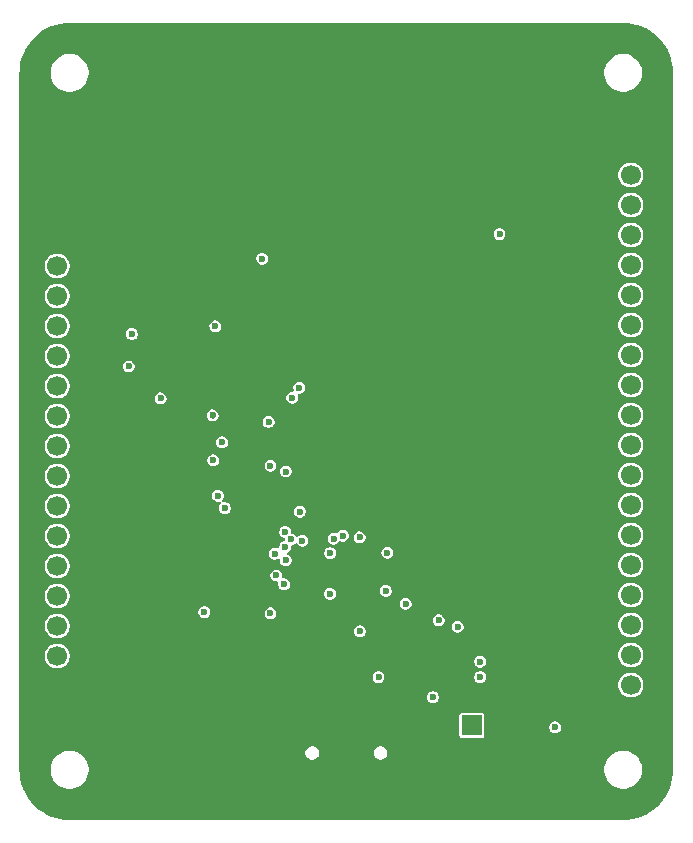
<source format=gbr>
%TF.GenerationSoftware,KiCad,Pcbnew,9.0.6*%
%TF.CreationDate,2025-11-29T10:37:21+02:00*%
%TF.ProjectId,laserboard,6c617365-7262-46f6-9172-642e6b696361,rev?*%
%TF.SameCoordinates,Original*%
%TF.FileFunction,Copper,L2,Inr*%
%TF.FilePolarity,Positive*%
%FSLAX46Y46*%
G04 Gerber Fmt 4.6, Leading zero omitted, Abs format (unit mm)*
G04 Created by KiCad (PCBNEW 9.0.6) date 2025-11-29 10:37:21*
%MOMM*%
%LPD*%
G01*
G04 APERTURE LIST*
%TA.AperFunction,ComponentPad*%
%ADD10R,1.700000X1.700000*%
%TD*%
%TA.AperFunction,ComponentPad*%
%ADD11C,1.700000*%
%TD*%
%TA.AperFunction,ComponentPad*%
%ADD12C,0.600000*%
%TD*%
%TA.AperFunction,HeatsinkPad*%
%ADD13O,1.000000X2.100000*%
%TD*%
%TA.AperFunction,HeatsinkPad*%
%ADD14O,1.000000X1.800000*%
%TD*%
%TA.AperFunction,ViaPad*%
%ADD15C,0.600000*%
%TD*%
%TA.AperFunction,Conductor*%
%ADD16C,0.500000*%
%TD*%
G04 APERTURE END LIST*
D10*
%TO.N,GND*%
%TO.C,J4*%
X101800000Y-154300000D03*
D11*
%TO.N,/Didital/GPIO29_ADC3*%
X101800000Y-151760000D03*
%TO.N,/Didital/GPIO28_ADC2*%
X101800000Y-149220000D03*
%TO.N,/Didital/GPIO27_ADC1*%
X101800000Y-146680000D03*
%TO.N,/Didital/GPIO26_ADC0*%
X101800000Y-144140000D03*
%TO.N,/Didital/GPIO25*%
X101800000Y-141600000D03*
%TO.N,/Didital/GPIO24*%
X101800000Y-139060000D03*
%TO.N,/Didital/GPIO23*%
X101800000Y-136520000D03*
%TO.N,/Didital/GPIO22*%
X101800000Y-133980000D03*
%TO.N,/Didital/GPIO21*%
X101800000Y-131440000D03*
%TO.N,/Didital/GPIO20*%
X101800000Y-128900000D03*
%TO.N,/Didital/GPIO16*%
X101800000Y-126360000D03*
%TO.N,/Didital/RUN*%
X101800000Y-123820000D03*
%TO.N,/Didital/SWD*%
X101800000Y-121280000D03*
%TO.N,/Didital/SWCLK*%
X101800000Y-118740000D03*
%TO.N,GND*%
X101800000Y-116200000D03*
X101800000Y-113660000D03*
X101800000Y-111120000D03*
X101800000Y-108580000D03*
%TD*%
D12*
%TO.N,GND*%
%TO.C,U7*%
X128637500Y-145300000D03*
X128637500Y-144025000D03*
X128637500Y-142750000D03*
X127362500Y-145300000D03*
X127362500Y-144025000D03*
X127362500Y-142750000D03*
X126087500Y-145300000D03*
X126087500Y-144025000D03*
X126087500Y-142750000D03*
%TD*%
D13*
%TO.N,GND*%
%TO.C,J2*%
X121960000Y-159370000D03*
D14*
X121960000Y-163550000D03*
D13*
X130600000Y-159370000D03*
D14*
X130600000Y-163550000D03*
%TD*%
D10*
%TO.N,/Didital/~{USB_BOOT}*%
%TO.C,J1*%
X136900000Y-157650000D03*
D11*
%TO.N,GND*%
X134360000Y-157650000D03*
%TD*%
D10*
%TO.N,GND*%
%TO.C,J3*%
X150370000Y-108510000D03*
D11*
%TO.N,/Didital/GPIO15*%
X150370000Y-111050000D03*
%TO.N,/Didital/GPIO14*%
X150370000Y-113590000D03*
%TO.N,/Didital/GPIO13*%
X150370000Y-116130000D03*
%TO.N,/Didital/GPIO12*%
X150370000Y-118670000D03*
%TO.N,/Didital/GPIO11*%
X150370000Y-121210000D03*
%TO.N,/Didital/GPIO10*%
X150370000Y-123750000D03*
%TO.N,/Didital/GPIO9*%
X150370000Y-126290000D03*
%TO.N,/Didital/GPIO8*%
X150370000Y-128830000D03*
%TO.N,/Didital/GPIO7*%
X150370000Y-131370000D03*
%TO.N,/Didital/GPIO6*%
X150370000Y-133910000D03*
%TO.N,/Didital/GPIO5*%
X150370000Y-136450000D03*
%TO.N,/Didital/GPIO4*%
X150370000Y-138990000D03*
%TO.N,/Didital/GPIO3*%
X150370000Y-141530000D03*
%TO.N,/Didital/GPIO2*%
X150370000Y-144070000D03*
%TO.N,/Didital/GPIO1*%
X150370000Y-146610000D03*
%TO.N,/Didital/GPIO0*%
X150370000Y-149150000D03*
%TO.N,+3V3*%
X150370000Y-151690000D03*
%TO.N,+5V*%
X150370000Y-154230000D03*
%TD*%
D15*
%TO.N,/RX frontend/Vref_Filter*%
X119700000Y-131950000D03*
X110550000Y-129950000D03*
X115400000Y-138200000D03*
X115000000Y-135200000D03*
X115190000Y-123850000D03*
X114962500Y-131387500D03*
%TO.N,GND*%
X130100000Y-132050000D03*
X120800000Y-147650000D03*
X108600000Y-106850000D03*
X152800000Y-121850000D03*
X137475000Y-149700000D03*
X131900000Y-155000000D03*
X133200000Y-148000000D03*
X116400000Y-145100000D03*
X134060000Y-114440000D03*
X125100000Y-135350000D03*
X110800000Y-132450000D03*
X128950000Y-152550000D03*
X147800000Y-111200000D03*
X107950000Y-129175000D03*
X108500000Y-164000000D03*
X134360000Y-117740000D03*
X119450000Y-128425000D03*
X120850000Y-124650000D03*
X112558930Y-134841072D03*
X136350000Y-142750000D03*
X153350000Y-147350000D03*
X153350000Y-152400000D03*
X119450000Y-139350000D03*
X116100000Y-142050000D03*
X108500000Y-142250000D03*
X107650000Y-115200000D03*
X123600000Y-150700000D03*
X138460000Y-121240000D03*
X143450000Y-102750000D03*
X132660000Y-124040000D03*
X122425000Y-116925000D03*
X127650000Y-152600000D03*
X144900000Y-147150000D03*
X107000000Y-117950000D03*
X131560000Y-119940000D03*
X104150000Y-142650000D03*
X125600000Y-136240000D03*
X144800000Y-121200000D03*
X147450000Y-156450000D03*
X133100000Y-132750000D03*
X153050000Y-141250000D03*
X116400000Y-164100000D03*
X122200000Y-127200000D03*
X152700000Y-134150000D03*
X99700000Y-137650000D03*
X108450000Y-158400000D03*
X131560000Y-117840000D03*
X138260000Y-123540000D03*
X144900000Y-143300000D03*
X153350000Y-156100000D03*
X144850000Y-138100000D03*
X126500000Y-136240000D03*
X137960000Y-118140000D03*
X120450000Y-132500000D03*
X141650000Y-147100000D03*
X130000000Y-135350000D03*
X123850000Y-155750000D03*
X119250000Y-112600000D03*
X135000000Y-127950000D03*
X134900000Y-132350000D03*
X119300000Y-142250000D03*
X105850000Y-135650000D03*
X122600000Y-120350000D03*
X136900000Y-125350000D03*
X138900000Y-147350000D03*
X144200000Y-115500000D03*
X127650000Y-154550000D03*
X133100000Y-126150000D03*
X108600000Y-102950000D03*
X140750000Y-153700000D03*
X143450000Y-106200000D03*
X125000000Y-131950000D03*
X147900000Y-147900000D03*
X133100000Y-128050000D03*
X110000000Y-136500000D03*
X144850000Y-130900000D03*
X106450000Y-122350000D03*
X131700000Y-135450000D03*
X116958927Y-139341072D03*
X99350000Y-126100000D03*
X135000000Y-126150000D03*
X119500000Y-145700000D03*
X112300000Y-112400000D03*
X142087500Y-135550000D03*
X145150000Y-153700000D03*
X138802500Y-138750000D03*
X114700000Y-143400000D03*
X108700000Y-133000000D03*
X120400000Y-130350000D03*
X99500000Y-145750000D03*
X105950000Y-144450000D03*
X121800000Y-151800000D03*
X107050000Y-139950000D03*
X105350000Y-156500000D03*
%TO.N,+3V3*%
X129750000Y-143025000D03*
X115750000Y-133675000D03*
X122350000Y-139550000D03*
X116000000Y-139241072D03*
X133610000Y-155250000D03*
X127400000Y-141725000D03*
X124911500Y-143050000D03*
X107850000Y-127250000D03*
X119850000Y-148150000D03*
X127425000Y-149675000D03*
X129625000Y-146250000D03*
X119150000Y-118125000D03*
X121100000Y-141250000D03*
X135700000Y-149300000D03*
X119850000Y-135650000D03*
X114250000Y-148050000D03*
X108125000Y-124500000D03*
X129000000Y-153550000D03*
X124900000Y-146500000D03*
%TO.N,+5V*%
X143950000Y-157800000D03*
X139250000Y-116040000D03*
%TO.N,/Didital/RUN*%
X125982891Y-141574000D03*
%TO.N,/Didital/GPIO16*%
X121150000Y-136150000D03*
%TO.N,/Didital/SWD*%
X121700000Y-129900000D03*
%TO.N,/Didital/GPIO28_ADC2*%
X121000000Y-145700000D03*
%TO.N,/Didital/GPIO23*%
X121100000Y-142525000D03*
%TO.N,/Didital/GPIO24*%
X120200000Y-143100000D03*
%TO.N,/Didital/GPIO25*%
X121150000Y-143675000D03*
%TO.N,/Didital/GPIO21*%
X122550000Y-142000000D03*
%TO.N,/Didital/GPIO22*%
X121600000Y-141900000D03*
%TO.N,/Didital/GPIO20*%
X125200000Y-141850000D03*
%TO.N,/Didital/SWCLK*%
X122300000Y-129050000D03*
%TO.N,/Didital/GPIO27_ADC1*%
X120350000Y-144950000D03*
%TO.N,/Didital/QSPI_SS*%
X131300000Y-147350000D03*
X137600000Y-153550000D03*
%TO.N,/Didital/QSPI_SD1*%
X137600000Y-152250000D03*
X134100000Y-148750000D03*
%TD*%
D16*
%TO.N,/RX frontend/Vref_Filter*%
X115000000Y-131425000D02*
X114962500Y-131387500D01*
%TD*%
%TA.AperFunction,Conductor*%
%TO.N,GND*%
G36*
X149712856Y-98150631D02*
G01*
X150096378Y-98168362D01*
X150107768Y-98169418D01*
X150485176Y-98222064D01*
X150496420Y-98224166D01*
X150867361Y-98311410D01*
X150878351Y-98314537D01*
X151239679Y-98435642D01*
X151250333Y-98439770D01*
X151598922Y-98593687D01*
X151609170Y-98598790D01*
X151942061Y-98784210D01*
X151951799Y-98790239D01*
X152263421Y-99003704D01*
X152266172Y-99005588D01*
X152275312Y-99012491D01*
X152568459Y-99255918D01*
X152576923Y-99263634D01*
X152846365Y-99533076D01*
X152854081Y-99541540D01*
X153097508Y-99834687D01*
X153104411Y-99843827D01*
X153319760Y-100158200D01*
X153325789Y-100167938D01*
X153511209Y-100500829D01*
X153516314Y-100511082D01*
X153670224Y-100859653D01*
X153674362Y-100870333D01*
X153795458Y-101231635D01*
X153798592Y-101242651D01*
X153885831Y-101613571D01*
X153887936Y-101624830D01*
X153940580Y-102002224D01*
X153941637Y-102013628D01*
X153959368Y-102397142D01*
X153959500Y-102402869D01*
X153959500Y-161397128D01*
X153959368Y-161402855D01*
X153941636Y-161786370D01*
X153940579Y-161797774D01*
X153887935Y-162175169D01*
X153885830Y-162186428D01*
X153798591Y-162557347D01*
X153795457Y-162568363D01*
X153674361Y-162929665D01*
X153670223Y-162940345D01*
X153516313Y-163288917D01*
X153511208Y-163299170D01*
X153325789Y-163632060D01*
X153319760Y-163641798D01*
X153104410Y-163956171D01*
X153097507Y-163965311D01*
X152854080Y-164258459D01*
X152846364Y-164266923D01*
X152576923Y-164536364D01*
X152568459Y-164544080D01*
X152275311Y-164787507D01*
X152266171Y-164794410D01*
X151951798Y-165009760D01*
X151942060Y-165015789D01*
X151609170Y-165201208D01*
X151598917Y-165206313D01*
X151250345Y-165360223D01*
X151239665Y-165364361D01*
X150878363Y-165485457D01*
X150867347Y-165488591D01*
X150496428Y-165575830D01*
X150485169Y-165577935D01*
X150107774Y-165630579D01*
X150096370Y-165631636D01*
X149712855Y-165649368D01*
X149707128Y-165649500D01*
X102852849Y-165649500D01*
X102847122Y-165649368D01*
X102463628Y-165631637D01*
X102452224Y-165630580D01*
X102074830Y-165577936D01*
X102063571Y-165575831D01*
X101692651Y-165488592D01*
X101681635Y-165485458D01*
X101320333Y-165364362D01*
X101309653Y-165360224D01*
X100961082Y-165206314D01*
X100950829Y-165201209D01*
X100617938Y-165015789D01*
X100608200Y-165009760D01*
X100293827Y-164794411D01*
X100284687Y-164787508D01*
X99991540Y-164544081D01*
X99983076Y-164536365D01*
X99713634Y-164266923D01*
X99705918Y-164258459D01*
X99565990Y-164089951D01*
X99462489Y-163965309D01*
X99455588Y-163956172D01*
X99455587Y-163956171D01*
X99347913Y-163798985D01*
X99240239Y-163641799D01*
X99234210Y-163632061D01*
X99054951Y-163310231D01*
X99048788Y-163299166D01*
X99043685Y-163288917D01*
X98916336Y-163000500D01*
X98889770Y-162940333D01*
X98885642Y-162929679D01*
X98764537Y-162568351D01*
X98761410Y-162557361D01*
X98674166Y-162186420D01*
X98672063Y-162175169D01*
X98654603Y-162050004D01*
X98619418Y-161797768D01*
X98618362Y-161786371D01*
X98617826Y-161774785D01*
X98600631Y-161402855D01*
X98600499Y-161397129D01*
X98600499Y-161274038D01*
X101249500Y-161274038D01*
X101249500Y-161525961D01*
X101288910Y-161774785D01*
X101366760Y-162014383D01*
X101445413Y-162168747D01*
X101448685Y-162175169D01*
X101481132Y-162238848D01*
X101629201Y-162442649D01*
X101629205Y-162442654D01*
X101807345Y-162620794D01*
X101807350Y-162620798D01*
X101985117Y-162749952D01*
X102011155Y-162768870D01*
X102154184Y-162841747D01*
X102235616Y-162883239D01*
X102235618Y-162883239D01*
X102235621Y-162883241D01*
X102475215Y-162961090D01*
X102724038Y-163000500D01*
X102724039Y-163000500D01*
X102975961Y-163000500D01*
X102975962Y-163000500D01*
X103224785Y-162961090D01*
X103464379Y-162883241D01*
X103688845Y-162768870D01*
X103892656Y-162620793D01*
X104070793Y-162442656D01*
X104218870Y-162238845D01*
X104333241Y-162014379D01*
X104411090Y-161774785D01*
X104450500Y-161525962D01*
X104450500Y-161274038D01*
X148109500Y-161274038D01*
X148109500Y-161525961D01*
X148148910Y-161774785D01*
X148226760Y-162014383D01*
X148305413Y-162168747D01*
X148308685Y-162175169D01*
X148341132Y-162238848D01*
X148489201Y-162442649D01*
X148489205Y-162442654D01*
X148667345Y-162620794D01*
X148667350Y-162620798D01*
X148845117Y-162749952D01*
X148871155Y-162768870D01*
X149014184Y-162841747D01*
X149095616Y-162883239D01*
X149095618Y-162883239D01*
X149095621Y-162883241D01*
X149335215Y-162961090D01*
X149584038Y-163000500D01*
X149584039Y-163000500D01*
X149835961Y-163000500D01*
X149835962Y-163000500D01*
X150084785Y-162961090D01*
X150324379Y-162883241D01*
X150548845Y-162768870D01*
X150752656Y-162620793D01*
X150930793Y-162442656D01*
X151078870Y-162238845D01*
X151193241Y-162014379D01*
X151271090Y-161774785D01*
X151310500Y-161525962D01*
X151310500Y-161274038D01*
X151271090Y-161025215D01*
X151193241Y-160785621D01*
X151193239Y-160785618D01*
X151193239Y-160785616D01*
X151151747Y-160704184D01*
X151078870Y-160561155D01*
X151042634Y-160511280D01*
X150930798Y-160357350D01*
X150930794Y-160357345D01*
X150752654Y-160179205D01*
X150752649Y-160179201D01*
X150548848Y-160031132D01*
X150548847Y-160031131D01*
X150548845Y-160031130D01*
X150478747Y-159995413D01*
X150324383Y-159916760D01*
X150084785Y-159838910D01*
X149835962Y-159799500D01*
X149584038Y-159799500D01*
X149459626Y-159819205D01*
X149335214Y-159838910D01*
X149095616Y-159916760D01*
X148871151Y-160031132D01*
X148667350Y-160179201D01*
X148667345Y-160179205D01*
X148489205Y-160357345D01*
X148489201Y-160357350D01*
X148341132Y-160561151D01*
X148226760Y-160785616D01*
X148148910Y-161025214D01*
X148109500Y-161274038D01*
X104450500Y-161274038D01*
X104411090Y-161025215D01*
X104333241Y-160785621D01*
X104333239Y-160785618D01*
X104333239Y-160785616D01*
X104291747Y-160704184D01*
X104218870Y-160561155D01*
X104182634Y-160511280D01*
X104070798Y-160357350D01*
X104070794Y-160357345D01*
X103892654Y-160179205D01*
X103892649Y-160179201D01*
X103688848Y-160031132D01*
X103688847Y-160031131D01*
X103688845Y-160031130D01*
X103607053Y-159989455D01*
X103464383Y-159916760D01*
X103410443Y-159899234D01*
X122814500Y-159899234D01*
X122814500Y-160050765D01*
X122853719Y-160197136D01*
X122891602Y-160262750D01*
X122929485Y-160328365D01*
X123036635Y-160435515D01*
X123167865Y-160511281D01*
X123314234Y-160550500D01*
X123314236Y-160550500D01*
X123465764Y-160550500D01*
X123465766Y-160550500D01*
X123612135Y-160511281D01*
X123743365Y-160435515D01*
X123850515Y-160328365D01*
X123926281Y-160197135D01*
X123965500Y-160050766D01*
X123965500Y-159899234D01*
X128594500Y-159899234D01*
X128594500Y-160050765D01*
X128633719Y-160197136D01*
X128671602Y-160262750D01*
X128709485Y-160328365D01*
X128816635Y-160435515D01*
X128947865Y-160511281D01*
X129094234Y-160550500D01*
X129094236Y-160550500D01*
X129245764Y-160550500D01*
X129245766Y-160550500D01*
X129392135Y-160511281D01*
X129523365Y-160435515D01*
X129630515Y-160328365D01*
X129706281Y-160197135D01*
X129745500Y-160050766D01*
X129745500Y-159899234D01*
X129706281Y-159752865D01*
X129630515Y-159621635D01*
X129523365Y-159514485D01*
X129457750Y-159476602D01*
X129392136Y-159438719D01*
X129318950Y-159419109D01*
X129245766Y-159399500D01*
X129094234Y-159399500D01*
X128947863Y-159438719D01*
X128816635Y-159514485D01*
X128816632Y-159514487D01*
X128709487Y-159621632D01*
X128709485Y-159621635D01*
X128633719Y-159752863D01*
X128594500Y-159899234D01*
X123965500Y-159899234D01*
X123926281Y-159752865D01*
X123850515Y-159621635D01*
X123743365Y-159514485D01*
X123677750Y-159476602D01*
X123612136Y-159438719D01*
X123538950Y-159419109D01*
X123465766Y-159399500D01*
X123314234Y-159399500D01*
X123167863Y-159438719D01*
X123036635Y-159514485D01*
X123036632Y-159514487D01*
X122929487Y-159621632D01*
X122929485Y-159621635D01*
X122853719Y-159752863D01*
X122814500Y-159899234D01*
X103410443Y-159899234D01*
X103224785Y-159838910D01*
X102975962Y-159799500D01*
X102724038Y-159799500D01*
X102599626Y-159819205D01*
X102475214Y-159838910D01*
X102235616Y-159916760D01*
X102011151Y-160031132D01*
X101807350Y-160179201D01*
X101807345Y-160179205D01*
X101629205Y-160357345D01*
X101629201Y-160357350D01*
X101481132Y-160561151D01*
X101366760Y-160785616D01*
X101288910Y-161025214D01*
X101249500Y-161274038D01*
X98600499Y-161274038D01*
X98600499Y-156780247D01*
X135849500Y-156780247D01*
X135849500Y-158519752D01*
X135861131Y-158578229D01*
X135861132Y-158578230D01*
X135905447Y-158644552D01*
X135971769Y-158688867D01*
X135971770Y-158688868D01*
X136030247Y-158700499D01*
X136030250Y-158700500D01*
X136030252Y-158700500D01*
X137769750Y-158700500D01*
X137769751Y-158700499D01*
X137784568Y-158697552D01*
X137828229Y-158688868D01*
X137828229Y-158688867D01*
X137828231Y-158688867D01*
X137894552Y-158644552D01*
X137938867Y-158578231D01*
X137938867Y-158578229D01*
X137938868Y-158578229D01*
X137950499Y-158519752D01*
X137950500Y-158519750D01*
X137950500Y-157734108D01*
X143449500Y-157734108D01*
X143449500Y-157865891D01*
X143483608Y-157993187D01*
X143516554Y-158050250D01*
X143549500Y-158107314D01*
X143642686Y-158200500D01*
X143756814Y-158266392D01*
X143884108Y-158300500D01*
X143884110Y-158300500D01*
X144015890Y-158300500D01*
X144015892Y-158300500D01*
X144143186Y-158266392D01*
X144257314Y-158200500D01*
X144350500Y-158107314D01*
X144416392Y-157993186D01*
X144450500Y-157865892D01*
X144450500Y-157734108D01*
X144416392Y-157606814D01*
X144350500Y-157492686D01*
X144257314Y-157399500D01*
X144200250Y-157366554D01*
X144143187Y-157333608D01*
X144079539Y-157316554D01*
X144015892Y-157299500D01*
X143884108Y-157299500D01*
X143756812Y-157333608D01*
X143642686Y-157399500D01*
X143642683Y-157399502D01*
X143549502Y-157492683D01*
X143549500Y-157492686D01*
X143483608Y-157606812D01*
X143449500Y-157734108D01*
X137950500Y-157734108D01*
X137950500Y-156780249D01*
X137950499Y-156780247D01*
X137938868Y-156721770D01*
X137938867Y-156721769D01*
X137894552Y-156655447D01*
X137828230Y-156611132D01*
X137828229Y-156611131D01*
X137769752Y-156599500D01*
X137769748Y-156599500D01*
X136030252Y-156599500D01*
X136030247Y-156599500D01*
X135971770Y-156611131D01*
X135971769Y-156611132D01*
X135905447Y-156655447D01*
X135861132Y-156721769D01*
X135861131Y-156721770D01*
X135849500Y-156780247D01*
X98600499Y-156780247D01*
X98600499Y-155184108D01*
X133109500Y-155184108D01*
X133109500Y-155315891D01*
X133143608Y-155443187D01*
X133176554Y-155500250D01*
X133209500Y-155557314D01*
X133302686Y-155650500D01*
X133416814Y-155716392D01*
X133544108Y-155750500D01*
X133544110Y-155750500D01*
X133675890Y-155750500D01*
X133675892Y-155750500D01*
X133803186Y-155716392D01*
X133917314Y-155650500D01*
X134010500Y-155557314D01*
X134076392Y-155443186D01*
X134110500Y-155315892D01*
X134110500Y-155184108D01*
X134076392Y-155056814D01*
X134010500Y-154942686D01*
X133917314Y-154849500D01*
X133860250Y-154816554D01*
X133803187Y-154783608D01*
X133739539Y-154766554D01*
X133675892Y-154749500D01*
X133544108Y-154749500D01*
X133416812Y-154783608D01*
X133302686Y-154849500D01*
X133302683Y-154849502D01*
X133209502Y-154942683D01*
X133209500Y-154942686D01*
X133143608Y-155056812D01*
X133109500Y-155184108D01*
X98600499Y-155184108D01*
X98600499Y-154126530D01*
X149319500Y-154126530D01*
X149319500Y-154333469D01*
X149359868Y-154536412D01*
X149359870Y-154536420D01*
X149439059Y-154727598D01*
X149496541Y-154813626D01*
X149554024Y-154899657D01*
X149700342Y-155045975D01*
X149700345Y-155045977D01*
X149872402Y-155160941D01*
X150063580Y-155240130D01*
X150266530Y-155280499D01*
X150266534Y-155280500D01*
X150266535Y-155280500D01*
X150473466Y-155280500D01*
X150473467Y-155280499D01*
X150676420Y-155240130D01*
X150867598Y-155160941D01*
X151039655Y-155045977D01*
X151185977Y-154899655D01*
X151300941Y-154727598D01*
X151380130Y-154536420D01*
X151420500Y-154333465D01*
X151420500Y-154126535D01*
X151380130Y-153923580D01*
X151300941Y-153732402D01*
X151185977Y-153560345D01*
X151185975Y-153560342D01*
X151039657Y-153414024D01*
X150953626Y-153356541D01*
X150867598Y-153299059D01*
X150676420Y-153219870D01*
X150676412Y-153219868D01*
X150473469Y-153179500D01*
X150473465Y-153179500D01*
X150266535Y-153179500D01*
X150266530Y-153179500D01*
X150063587Y-153219868D01*
X150063579Y-153219870D01*
X149872403Y-153299058D01*
X149700342Y-153414024D01*
X149554024Y-153560342D01*
X149439058Y-153732403D01*
X149359870Y-153923579D01*
X149359868Y-153923587D01*
X149319500Y-154126530D01*
X98600499Y-154126530D01*
X98600499Y-153484108D01*
X128499500Y-153484108D01*
X128499500Y-153615891D01*
X128533608Y-153743187D01*
X128566554Y-153800250D01*
X128599500Y-153857314D01*
X128692686Y-153950500D01*
X128806814Y-154016392D01*
X128934108Y-154050500D01*
X128934110Y-154050500D01*
X129065890Y-154050500D01*
X129065892Y-154050500D01*
X129193186Y-154016392D01*
X129307314Y-153950500D01*
X129400500Y-153857314D01*
X129466392Y-153743186D01*
X129500500Y-153615892D01*
X129500500Y-153484108D01*
X137099500Y-153484108D01*
X137099500Y-153615891D01*
X137133608Y-153743187D01*
X137166554Y-153800250D01*
X137199500Y-153857314D01*
X137292686Y-153950500D01*
X137406814Y-154016392D01*
X137534108Y-154050500D01*
X137534110Y-154050500D01*
X137665890Y-154050500D01*
X137665892Y-154050500D01*
X137793186Y-154016392D01*
X137907314Y-153950500D01*
X138000500Y-153857314D01*
X138066392Y-153743186D01*
X138100500Y-153615892D01*
X138100500Y-153484108D01*
X138066392Y-153356814D01*
X138000500Y-153242686D01*
X137907314Y-153149500D01*
X137850250Y-153116554D01*
X137793187Y-153083608D01*
X137729539Y-153066554D01*
X137665892Y-153049500D01*
X137534108Y-153049500D01*
X137406812Y-153083608D01*
X137292686Y-153149500D01*
X137292683Y-153149502D01*
X137199502Y-153242683D01*
X137199500Y-153242686D01*
X137133608Y-153356812D01*
X137099500Y-153484108D01*
X129500500Y-153484108D01*
X129466392Y-153356814D01*
X129400500Y-153242686D01*
X129307314Y-153149500D01*
X129250250Y-153116554D01*
X129193187Y-153083608D01*
X129129539Y-153066554D01*
X129065892Y-153049500D01*
X128934108Y-153049500D01*
X128806812Y-153083608D01*
X128692686Y-153149500D01*
X128692683Y-153149502D01*
X128599502Y-153242683D01*
X128599500Y-153242686D01*
X128533608Y-153356812D01*
X128499500Y-153484108D01*
X98600499Y-153484108D01*
X98600499Y-151656530D01*
X100749500Y-151656530D01*
X100749500Y-151863469D01*
X100789868Y-152066412D01*
X100789870Y-152066420D01*
X100869058Y-152257596D01*
X100984024Y-152429657D01*
X101130342Y-152575975D01*
X101130345Y-152575977D01*
X101302402Y-152690941D01*
X101493580Y-152770130D01*
X101696530Y-152810499D01*
X101696534Y-152810500D01*
X101696535Y-152810500D01*
X101903466Y-152810500D01*
X101903467Y-152810499D01*
X102106420Y-152770130D01*
X102297598Y-152690941D01*
X102469655Y-152575977D01*
X102615977Y-152429655D01*
X102730941Y-152257598D01*
X102761382Y-152184108D01*
X137099500Y-152184108D01*
X137099500Y-152315891D01*
X137133608Y-152443187D01*
X137166554Y-152500250D01*
X137199500Y-152557314D01*
X137292686Y-152650500D01*
X137406814Y-152716392D01*
X137534108Y-152750500D01*
X137534110Y-152750500D01*
X137665890Y-152750500D01*
X137665892Y-152750500D01*
X137793186Y-152716392D01*
X137907314Y-152650500D01*
X138000500Y-152557314D01*
X138066392Y-152443186D01*
X138100500Y-152315892D01*
X138100500Y-152184108D01*
X138066392Y-152056814D01*
X138000500Y-151942686D01*
X137907314Y-151849500D01*
X137810259Y-151793465D01*
X137793187Y-151783608D01*
X137729539Y-151766554D01*
X137665892Y-151749500D01*
X137534108Y-151749500D01*
X137406812Y-151783608D01*
X137292686Y-151849500D01*
X137292683Y-151849502D01*
X137199502Y-151942683D01*
X137199500Y-151942686D01*
X137133608Y-152056812D01*
X137099500Y-152184108D01*
X102761382Y-152184108D01*
X102810130Y-152066420D01*
X102850500Y-151863465D01*
X102850500Y-151656535D01*
X102850417Y-151656120D01*
X102840177Y-151604634D01*
X102836576Y-151586530D01*
X149319500Y-151586530D01*
X149319500Y-151793469D01*
X149359868Y-151996412D01*
X149359870Y-151996420D01*
X149439058Y-152187596D01*
X149554024Y-152359657D01*
X149700342Y-152505975D01*
X149700345Y-152505977D01*
X149872402Y-152620941D01*
X150063580Y-152700130D01*
X150266530Y-152740499D01*
X150266534Y-152740500D01*
X150266535Y-152740500D01*
X150473466Y-152740500D01*
X150473467Y-152740499D01*
X150676420Y-152700130D01*
X150867598Y-152620941D01*
X151039655Y-152505977D01*
X151185977Y-152359655D01*
X151300941Y-152187598D01*
X151380130Y-151996420D01*
X151420500Y-151793465D01*
X151420500Y-151586535D01*
X151380130Y-151383580D01*
X151300941Y-151192402D01*
X151185977Y-151020345D01*
X151185975Y-151020342D01*
X151039657Y-150874024D01*
X150953626Y-150816541D01*
X150867598Y-150759059D01*
X150676420Y-150679870D01*
X150676412Y-150679868D01*
X150473469Y-150639500D01*
X150473465Y-150639500D01*
X150266535Y-150639500D01*
X150266530Y-150639500D01*
X150063587Y-150679868D01*
X150063579Y-150679870D01*
X149872403Y-150759058D01*
X149700342Y-150874024D01*
X149554024Y-151020342D01*
X149439058Y-151192403D01*
X149359870Y-151383579D01*
X149359868Y-151383587D01*
X149319500Y-151586530D01*
X102836576Y-151586530D01*
X102810131Y-151453587D01*
X102810130Y-151453580D01*
X102730941Y-151262402D01*
X102615977Y-151090345D01*
X102615975Y-151090342D01*
X102469657Y-150944024D01*
X102364892Y-150874023D01*
X102297598Y-150829059D01*
X102106420Y-150749870D01*
X102106412Y-150749868D01*
X101903469Y-150709500D01*
X101903465Y-150709500D01*
X101696535Y-150709500D01*
X101696530Y-150709500D01*
X101493587Y-150749868D01*
X101493579Y-150749870D01*
X101302403Y-150829058D01*
X101130342Y-150944024D01*
X100984024Y-151090342D01*
X100869058Y-151262403D01*
X100789870Y-151453579D01*
X100789868Y-151453587D01*
X100749500Y-151656530D01*
X98600499Y-151656530D01*
X98600499Y-149116530D01*
X100749500Y-149116530D01*
X100749500Y-149323469D01*
X100789868Y-149526412D01*
X100789870Y-149526420D01*
X100824121Y-149609110D01*
X100869059Y-149717598D01*
X100901661Y-149766391D01*
X100984024Y-149889657D01*
X101130342Y-150035975D01*
X101130345Y-150035977D01*
X101302402Y-150150941D01*
X101493580Y-150230130D01*
X101696530Y-150270499D01*
X101696534Y-150270500D01*
X101696535Y-150270500D01*
X101903466Y-150270500D01*
X101903467Y-150270499D01*
X102106420Y-150230130D01*
X102297598Y-150150941D01*
X102469655Y-150035977D01*
X102615977Y-149889655D01*
X102730941Y-149717598D01*
X102775879Y-149609108D01*
X126924500Y-149609108D01*
X126924500Y-149740892D01*
X126940472Y-149800500D01*
X126958608Y-149868187D01*
X126971003Y-149889655D01*
X127024500Y-149982314D01*
X127117686Y-150075500D01*
X127231814Y-150141392D01*
X127359108Y-150175500D01*
X127359110Y-150175500D01*
X127490890Y-150175500D01*
X127490892Y-150175500D01*
X127618186Y-150141392D01*
X127732314Y-150075500D01*
X127825500Y-149982314D01*
X127891392Y-149868186D01*
X127925500Y-149740892D01*
X127925500Y-149609108D01*
X127891392Y-149481814D01*
X127825500Y-149367686D01*
X127732314Y-149274500D01*
X127662353Y-149234108D01*
X127618187Y-149208608D01*
X127554539Y-149191554D01*
X127490892Y-149174500D01*
X127359108Y-149174500D01*
X127231812Y-149208608D01*
X127117686Y-149274500D01*
X127117683Y-149274502D01*
X127024502Y-149367683D01*
X127024500Y-149367686D01*
X126958608Y-149481812D01*
X126946658Y-149526412D01*
X126924500Y-149609108D01*
X102775879Y-149609108D01*
X102810130Y-149526420D01*
X102850500Y-149323465D01*
X102850500Y-149116535D01*
X102810130Y-148913580D01*
X102730941Y-148722402D01*
X102705354Y-148684108D01*
X133599500Y-148684108D01*
X133599500Y-148815891D01*
X133633608Y-148943187D01*
X133662185Y-148992683D01*
X133699500Y-149057314D01*
X133792686Y-149150500D01*
X133906814Y-149216392D01*
X134034108Y-149250500D01*
X134034110Y-149250500D01*
X134165890Y-149250500D01*
X134165892Y-149250500D01*
X134227068Y-149234108D01*
X135199500Y-149234108D01*
X135199500Y-149365891D01*
X135233608Y-149493187D01*
X135266554Y-149550250D01*
X135299500Y-149607314D01*
X135392686Y-149700500D01*
X135506814Y-149766392D01*
X135634108Y-149800500D01*
X135634110Y-149800500D01*
X135765890Y-149800500D01*
X135765892Y-149800500D01*
X135893186Y-149766392D01*
X136007314Y-149700500D01*
X136100500Y-149607314D01*
X136166392Y-149493186D01*
X136200500Y-149365892D01*
X136200500Y-149234108D01*
X136166392Y-149106814D01*
X136131587Y-149046530D01*
X149319500Y-149046530D01*
X149319500Y-149253469D01*
X149359868Y-149456412D01*
X149359870Y-149456420D01*
X149439058Y-149647596D01*
X149554024Y-149819657D01*
X149700342Y-149965975D01*
X149700345Y-149965977D01*
X149872402Y-150080941D01*
X150063580Y-150160130D01*
X150266530Y-150200499D01*
X150266534Y-150200500D01*
X150266535Y-150200500D01*
X150473466Y-150200500D01*
X150473467Y-150200499D01*
X150676420Y-150160130D01*
X150867598Y-150080941D01*
X151039655Y-149965977D01*
X151185977Y-149819655D01*
X151300941Y-149647598D01*
X151380130Y-149456420D01*
X151420500Y-149253465D01*
X151420500Y-149046535D01*
X151380130Y-148843580D01*
X151300941Y-148652402D01*
X151185977Y-148480345D01*
X151185975Y-148480342D01*
X151039657Y-148334024D01*
X150903707Y-148243186D01*
X150867598Y-148219059D01*
X150859952Y-148215892D01*
X150676420Y-148139870D01*
X150676412Y-148139868D01*
X150473469Y-148099500D01*
X150473465Y-148099500D01*
X150266535Y-148099500D01*
X150266530Y-148099500D01*
X150063587Y-148139868D01*
X150063579Y-148139870D01*
X149872403Y-148219058D01*
X149700342Y-148334024D01*
X149554024Y-148480342D01*
X149439058Y-148652403D01*
X149359870Y-148843579D01*
X149359868Y-148843587D01*
X149319500Y-149046530D01*
X136131587Y-149046530D01*
X136100500Y-148992686D01*
X136007314Y-148899500D01*
X135950250Y-148866554D01*
X135893187Y-148833608D01*
X135827061Y-148815890D01*
X135765892Y-148799500D01*
X135634108Y-148799500D01*
X135506812Y-148833608D01*
X135392686Y-148899500D01*
X135392683Y-148899502D01*
X135299502Y-148992683D01*
X135299500Y-148992686D01*
X135233608Y-149106812D01*
X135199500Y-149234108D01*
X134227068Y-149234108D01*
X134293186Y-149216392D01*
X134407314Y-149150500D01*
X134500500Y-149057314D01*
X134566392Y-148943186D01*
X134600500Y-148815892D01*
X134600500Y-148684108D01*
X134566392Y-148556814D01*
X134500500Y-148442686D01*
X134407314Y-148349500D01*
X134350250Y-148316554D01*
X134293187Y-148283608D01*
X134229539Y-148266554D01*
X134165892Y-148249500D01*
X134034108Y-148249500D01*
X133906812Y-148283608D01*
X133792686Y-148349500D01*
X133792683Y-148349502D01*
X133699502Y-148442683D01*
X133699500Y-148442686D01*
X133633608Y-148556812D01*
X133599500Y-148684108D01*
X102705354Y-148684108D01*
X102615977Y-148550345D01*
X102615975Y-148550342D01*
X102469657Y-148404024D01*
X102364892Y-148334023D01*
X102297598Y-148289059D01*
X102284438Y-148283608D01*
X102106420Y-148209870D01*
X102106412Y-148209868D01*
X101903469Y-148169500D01*
X101903465Y-148169500D01*
X101696535Y-148169500D01*
X101696530Y-148169500D01*
X101493587Y-148209868D01*
X101493579Y-148209870D01*
X101302403Y-148289058D01*
X101130342Y-148404024D01*
X100984024Y-148550342D01*
X100869058Y-148722403D01*
X100789870Y-148913579D01*
X100789868Y-148913587D01*
X100749500Y-149116530D01*
X98600499Y-149116530D01*
X98600499Y-147984108D01*
X113749500Y-147984108D01*
X113749500Y-148115891D01*
X113783608Y-148243187D01*
X113787253Y-148249500D01*
X113849500Y-148357314D01*
X113942686Y-148450500D01*
X114056814Y-148516392D01*
X114184108Y-148550500D01*
X114184110Y-148550500D01*
X114315890Y-148550500D01*
X114315892Y-148550500D01*
X114443186Y-148516392D01*
X114557314Y-148450500D01*
X114650500Y-148357314D01*
X114716392Y-148243186D01*
X114750500Y-148115892D01*
X114750500Y-148084108D01*
X119349500Y-148084108D01*
X119349500Y-148215892D01*
X119350349Y-148219059D01*
X119383608Y-148343187D01*
X119391766Y-148357316D01*
X119449500Y-148457314D01*
X119542686Y-148550500D01*
X119641521Y-148607563D01*
X119656810Y-148616390D01*
X119656814Y-148616392D01*
X119784108Y-148650500D01*
X119784110Y-148650500D01*
X119915890Y-148650500D01*
X119915892Y-148650500D01*
X120043186Y-148616392D01*
X120157314Y-148550500D01*
X120250500Y-148457314D01*
X120316392Y-148343186D01*
X120350500Y-148215892D01*
X120350500Y-148084108D01*
X120316392Y-147956814D01*
X120250500Y-147842686D01*
X120157314Y-147749500D01*
X120100250Y-147716554D01*
X120043187Y-147683608D01*
X119956941Y-147660499D01*
X119915892Y-147649500D01*
X119784108Y-147649500D01*
X119656812Y-147683608D01*
X119542686Y-147749500D01*
X119542683Y-147749502D01*
X119449502Y-147842683D01*
X119449500Y-147842686D01*
X119383608Y-147956812D01*
X119376294Y-147984110D01*
X119349500Y-148084108D01*
X114750500Y-148084108D01*
X114750500Y-147984108D01*
X114716392Y-147856814D01*
X114650500Y-147742686D01*
X114557314Y-147649500D01*
X114490528Y-147610941D01*
X114443187Y-147583608D01*
X114379539Y-147566554D01*
X114315892Y-147549500D01*
X114184108Y-147549500D01*
X114056812Y-147583608D01*
X113942686Y-147649500D01*
X113942683Y-147649502D01*
X113849502Y-147742683D01*
X113849500Y-147742686D01*
X113783608Y-147856812D01*
X113749500Y-147984108D01*
X98600499Y-147984108D01*
X98600499Y-146576530D01*
X100749500Y-146576530D01*
X100749500Y-146783469D01*
X100785886Y-146966391D01*
X100789870Y-146986420D01*
X100869059Y-147177598D01*
X100926541Y-147263626D01*
X100984024Y-147349657D01*
X101130342Y-147495975D01*
X101130345Y-147495977D01*
X101302402Y-147610941D01*
X101493580Y-147690130D01*
X101696530Y-147730499D01*
X101696534Y-147730500D01*
X101696535Y-147730500D01*
X101903466Y-147730500D01*
X101903467Y-147730499D01*
X102106420Y-147690130D01*
X102297598Y-147610941D01*
X102469655Y-147495977D01*
X102615977Y-147349655D01*
X102659774Y-147284108D01*
X130799500Y-147284108D01*
X130799500Y-147415891D01*
X130833608Y-147543187D01*
X130837253Y-147549500D01*
X130899500Y-147657314D01*
X130992686Y-147750500D01*
X131106814Y-147816392D01*
X131234108Y-147850500D01*
X131234110Y-147850500D01*
X131365890Y-147850500D01*
X131365892Y-147850500D01*
X131493186Y-147816392D01*
X131607314Y-147750500D01*
X131700500Y-147657314D01*
X131766392Y-147543186D01*
X131800500Y-147415892D01*
X131800500Y-147284108D01*
X131766392Y-147156814D01*
X131700500Y-147042686D01*
X131607314Y-146949500D01*
X131522439Y-146900497D01*
X131493187Y-146883608D01*
X131429539Y-146866554D01*
X131365892Y-146849500D01*
X131234108Y-146849500D01*
X131106812Y-146883608D01*
X130992686Y-146949500D01*
X130992683Y-146949502D01*
X130899502Y-147042683D01*
X130899500Y-147042686D01*
X130833608Y-147156812D01*
X130799500Y-147284108D01*
X102659774Y-147284108D01*
X102730941Y-147177598D01*
X102810130Y-146986420D01*
X102850500Y-146783465D01*
X102850500Y-146576535D01*
X102822170Y-146434108D01*
X124399500Y-146434108D01*
X124399500Y-146565892D01*
X124402352Y-146576535D01*
X124433608Y-146693187D01*
X124445318Y-146713469D01*
X124499500Y-146807314D01*
X124592686Y-146900500D01*
X124706814Y-146966392D01*
X124834108Y-147000500D01*
X124834110Y-147000500D01*
X124965890Y-147000500D01*
X124965892Y-147000500D01*
X125093186Y-146966392D01*
X125207314Y-146900500D01*
X125300500Y-146807314D01*
X125366392Y-146693186D01*
X125400500Y-146565892D01*
X125400500Y-146434108D01*
X125366392Y-146306814D01*
X125300500Y-146192686D01*
X125291922Y-146184108D01*
X129124500Y-146184108D01*
X129124500Y-146315891D01*
X129158608Y-146443187D01*
X129162644Y-146450177D01*
X129224500Y-146557314D01*
X129317686Y-146650500D01*
X129431814Y-146716392D01*
X129559108Y-146750500D01*
X129559110Y-146750500D01*
X129690890Y-146750500D01*
X129690892Y-146750500D01*
X129818186Y-146716392D01*
X129932314Y-146650500D01*
X130025500Y-146557314D01*
X130054820Y-146506530D01*
X149319500Y-146506530D01*
X149319500Y-146713469D01*
X149359868Y-146916412D01*
X149359870Y-146916420D01*
X149439058Y-147107596D01*
X149554024Y-147279657D01*
X149700342Y-147425975D01*
X149700345Y-147425977D01*
X149872402Y-147540941D01*
X150063580Y-147620130D01*
X150250513Y-147657313D01*
X150266530Y-147660499D01*
X150266534Y-147660500D01*
X150266535Y-147660500D01*
X150473466Y-147660500D01*
X150473467Y-147660499D01*
X150676420Y-147620130D01*
X150867598Y-147540941D01*
X151039655Y-147425977D01*
X151185977Y-147279655D01*
X151300941Y-147107598D01*
X151380130Y-146916420D01*
X151420500Y-146713465D01*
X151420500Y-146506535D01*
X151380130Y-146303580D01*
X151300941Y-146112402D01*
X151185977Y-145940345D01*
X151185975Y-145940342D01*
X151039657Y-145794024D01*
X150953626Y-145736541D01*
X150867598Y-145679059D01*
X150759077Y-145634108D01*
X150676420Y-145599870D01*
X150676412Y-145599868D01*
X150473469Y-145559500D01*
X150473465Y-145559500D01*
X150266535Y-145559500D01*
X150266530Y-145559500D01*
X150063587Y-145599868D01*
X150063579Y-145599870D01*
X149872403Y-145679058D01*
X149700342Y-145794024D01*
X149554024Y-145940342D01*
X149439058Y-146112403D01*
X149359870Y-146303579D01*
X149359868Y-146303587D01*
X149319500Y-146506530D01*
X130054820Y-146506530D01*
X130091392Y-146443186D01*
X130125500Y-146315892D01*
X130125500Y-146184108D01*
X130091392Y-146056814D01*
X130025500Y-145942686D01*
X129932314Y-145849500D01*
X129875250Y-145816554D01*
X129818187Y-145783608D01*
X129752061Y-145765890D01*
X129690892Y-145749500D01*
X129559108Y-145749500D01*
X129431812Y-145783608D01*
X129317686Y-145849500D01*
X129317683Y-145849502D01*
X129224502Y-145942683D01*
X129224500Y-145942686D01*
X129158608Y-146056812D01*
X129124500Y-146184108D01*
X125291922Y-146184108D01*
X125207314Y-146099500D01*
X125133380Y-146056814D01*
X125093187Y-146033608D01*
X125006355Y-146010342D01*
X124965892Y-145999500D01*
X124834108Y-145999500D01*
X124706812Y-146033608D01*
X124592686Y-146099500D01*
X124592683Y-146099502D01*
X124499502Y-146192683D01*
X124499500Y-146192686D01*
X124433608Y-146306812D01*
X124415718Y-146373580D01*
X124399500Y-146434108D01*
X102822170Y-146434108D01*
X102810130Y-146373580D01*
X102730941Y-146182402D01*
X102615977Y-146010345D01*
X102615975Y-146010342D01*
X102469657Y-145864024D01*
X102364892Y-145794023D01*
X102297598Y-145749059D01*
X102106420Y-145669870D01*
X102106412Y-145669868D01*
X101903469Y-145629500D01*
X101903465Y-145629500D01*
X101696535Y-145629500D01*
X101696530Y-145629500D01*
X101493587Y-145669868D01*
X101493579Y-145669870D01*
X101302403Y-145749058D01*
X101130342Y-145864024D01*
X100984024Y-146010342D01*
X100869058Y-146182403D01*
X100789870Y-146373579D01*
X100789868Y-146373587D01*
X100749500Y-146576530D01*
X98600499Y-146576530D01*
X98600499Y-144036530D01*
X100749500Y-144036530D01*
X100749500Y-144243469D01*
X100775946Y-144376420D01*
X100789870Y-144446420D01*
X100869059Y-144637598D01*
X100872457Y-144642683D01*
X100984024Y-144809657D01*
X101130342Y-144955975D01*
X101130345Y-144955977D01*
X101302402Y-145070941D01*
X101493580Y-145150130D01*
X101642818Y-145179815D01*
X101696530Y-145190499D01*
X101696534Y-145190500D01*
X101696535Y-145190500D01*
X101903466Y-145190500D01*
X101903467Y-145190499D01*
X102106420Y-145150130D01*
X102297598Y-145070941D01*
X102469655Y-144955977D01*
X102541524Y-144884108D01*
X119849500Y-144884108D01*
X119849500Y-145015891D01*
X119883608Y-145143187D01*
X119904756Y-145179815D01*
X119949500Y-145257314D01*
X120042686Y-145350500D01*
X120156814Y-145416392D01*
X120284108Y-145450500D01*
X120284110Y-145450500D01*
X120387098Y-145450500D01*
X120454137Y-145470185D01*
X120499892Y-145522989D01*
X120509836Y-145592147D01*
X120506873Y-145606593D01*
X120499500Y-145634108D01*
X120499500Y-145765891D01*
X120533608Y-145893187D01*
X120560835Y-145940345D01*
X120599500Y-146007314D01*
X120692686Y-146100500D01*
X120806814Y-146166392D01*
X120934108Y-146200500D01*
X120934110Y-146200500D01*
X121065890Y-146200500D01*
X121065892Y-146200500D01*
X121193186Y-146166392D01*
X121307314Y-146100500D01*
X121400500Y-146007314D01*
X121466392Y-145893186D01*
X121500500Y-145765892D01*
X121500500Y-145634108D01*
X121466392Y-145506814D01*
X121400500Y-145392686D01*
X121307314Y-145299500D01*
X121250250Y-145266554D01*
X121193187Y-145233608D01*
X121129539Y-145216554D01*
X121065892Y-145199500D01*
X120962902Y-145199500D01*
X120895863Y-145179815D01*
X120850108Y-145127011D01*
X120840164Y-145057853D01*
X120843127Y-145043407D01*
X120850500Y-145015892D01*
X120850500Y-144884108D01*
X120816392Y-144756814D01*
X120750500Y-144642686D01*
X120657314Y-144549500D01*
X120600250Y-144516554D01*
X120543187Y-144483608D01*
X120479539Y-144466554D01*
X120415892Y-144449500D01*
X120284108Y-144449500D01*
X120156812Y-144483608D01*
X120042686Y-144549500D01*
X120042683Y-144549502D01*
X119949502Y-144642683D01*
X119949500Y-144642686D01*
X119883608Y-144756812D01*
X119849500Y-144884108D01*
X102541524Y-144884108D01*
X102615977Y-144809655D01*
X102662749Y-144739655D01*
X102730940Y-144637600D01*
X102730940Y-144637599D01*
X102730941Y-144637598D01*
X102810130Y-144446420D01*
X102850500Y-144243465D01*
X102850500Y-144036535D01*
X102810130Y-143833580D01*
X102730941Y-143642402D01*
X102615977Y-143470345D01*
X102615975Y-143470342D01*
X102469657Y-143324024D01*
X102364892Y-143254023D01*
X102297598Y-143209059D01*
X102296509Y-143208608D01*
X102171427Y-143156797D01*
X102106420Y-143129870D01*
X102106412Y-143129868D01*
X101903469Y-143089500D01*
X101903465Y-143089500D01*
X101696535Y-143089500D01*
X101696530Y-143089500D01*
X101493587Y-143129868D01*
X101493579Y-143129870D01*
X101302403Y-143209058D01*
X101130342Y-143324024D01*
X100984024Y-143470342D01*
X100869058Y-143642403D01*
X100789870Y-143833579D01*
X100789868Y-143833587D01*
X100749500Y-144036530D01*
X98600499Y-144036530D01*
X98600499Y-143034108D01*
X119699500Y-143034108D01*
X119699500Y-143165892D01*
X119713512Y-143218186D01*
X119733608Y-143293187D01*
X119756200Y-143332316D01*
X119799500Y-143407314D01*
X119892686Y-143500500D01*
X120006814Y-143566392D01*
X120134108Y-143600500D01*
X120134110Y-143600500D01*
X120265890Y-143600500D01*
X120265892Y-143600500D01*
X120393186Y-143566392D01*
X120463500Y-143525795D01*
X120531399Y-143509323D01*
X120597426Y-143532175D01*
X120640617Y-143587096D01*
X120649500Y-143633183D01*
X120649500Y-143740891D01*
X120683608Y-143868187D01*
X120683609Y-143868188D01*
X120749500Y-143982314D01*
X120842686Y-144075500D01*
X120956814Y-144141392D01*
X121084108Y-144175500D01*
X121084110Y-144175500D01*
X121215890Y-144175500D01*
X121215892Y-144175500D01*
X121343186Y-144141392D01*
X121457314Y-144075500D01*
X121550500Y-143982314D01*
X121559613Y-143966530D01*
X149319500Y-143966530D01*
X149319500Y-144173469D01*
X149359868Y-144376412D01*
X149359870Y-144376420D01*
X149439058Y-144567596D01*
X149554024Y-144739657D01*
X149700342Y-144885975D01*
X149700345Y-144885977D01*
X149872402Y-145000941D01*
X150063580Y-145080130D01*
X150266530Y-145120499D01*
X150266534Y-145120500D01*
X150266535Y-145120500D01*
X150473466Y-145120500D01*
X150473467Y-145120499D01*
X150676420Y-145080130D01*
X150867598Y-145000941D01*
X151039655Y-144885977D01*
X151185977Y-144739655D01*
X151300941Y-144567598D01*
X151380130Y-144376420D01*
X151420500Y-144173465D01*
X151420500Y-143966535D01*
X151380130Y-143763580D01*
X151300941Y-143572402D01*
X151185977Y-143400345D01*
X151185975Y-143400342D01*
X151039657Y-143254024D01*
X150931322Y-143181638D01*
X150867598Y-143139059D01*
X150836107Y-143126015D01*
X150676420Y-143059870D01*
X150676412Y-143059868D01*
X150473469Y-143019500D01*
X150473465Y-143019500D01*
X150266535Y-143019500D01*
X150266530Y-143019500D01*
X150063587Y-143059868D01*
X150063579Y-143059870D01*
X149872403Y-143139058D01*
X149700342Y-143254024D01*
X149554024Y-143400342D01*
X149439058Y-143572403D01*
X149359870Y-143763579D01*
X149359868Y-143763587D01*
X149319500Y-143966530D01*
X121559613Y-143966530D01*
X121616392Y-143868186D01*
X121650500Y-143740892D01*
X121650500Y-143609108D01*
X121616392Y-143481814D01*
X121550500Y-143367686D01*
X121457314Y-143274500D01*
X121391421Y-143236456D01*
X121343185Y-143208607D01*
X121341220Y-143208081D01*
X121339749Y-143207184D01*
X121335682Y-143205500D01*
X121335944Y-143204865D01*
X121327060Y-143199448D01*
X121310959Y-143195485D01*
X121297845Y-143181638D01*
X121281562Y-143171712D01*
X121274318Y-143156797D01*
X121262914Y-143144756D01*
X121259367Y-143126015D01*
X121251037Y-143108863D01*
X121253006Y-143092399D01*
X121249923Y-143076104D01*
X121257070Y-143058423D01*
X121259336Y-143039488D01*
X121270113Y-143026160D01*
X121276110Y-143011328D01*
X121295994Y-142994156D01*
X121301735Y-142987058D01*
X121305906Y-142984108D01*
X124411000Y-142984108D01*
X124411000Y-143115892D01*
X124417207Y-143139058D01*
X124445108Y-143243187D01*
X124451365Y-143254024D01*
X124511000Y-143357314D01*
X124604186Y-143450500D01*
X124718314Y-143516392D01*
X124845608Y-143550500D01*
X124845610Y-143550500D01*
X124977390Y-143550500D01*
X124977392Y-143550500D01*
X125104686Y-143516392D01*
X125218814Y-143450500D01*
X125312000Y-143357314D01*
X125377892Y-143243186D01*
X125412000Y-143115892D01*
X125412000Y-142984108D01*
X125405301Y-142959108D01*
X129249500Y-142959108D01*
X129249500Y-143090892D01*
X129259944Y-143129870D01*
X129283608Y-143218187D01*
X129304299Y-143254024D01*
X129349500Y-143332314D01*
X129442686Y-143425500D01*
X129556814Y-143491392D01*
X129684108Y-143525500D01*
X129684110Y-143525500D01*
X129815890Y-143525500D01*
X129815892Y-143525500D01*
X129943186Y-143491392D01*
X130057314Y-143425500D01*
X130150500Y-143332314D01*
X130216392Y-143218186D01*
X130250500Y-143090892D01*
X130250500Y-142959108D01*
X130216392Y-142831814D01*
X130150500Y-142717686D01*
X130057314Y-142624500D01*
X129981104Y-142580500D01*
X129943187Y-142558608D01*
X129874228Y-142540131D01*
X129815892Y-142524500D01*
X129684108Y-142524500D01*
X129556812Y-142558608D01*
X129442686Y-142624500D01*
X129442683Y-142624502D01*
X129349502Y-142717683D01*
X129349500Y-142717686D01*
X129283608Y-142831812D01*
X129263512Y-142906814D01*
X129249500Y-142959108D01*
X125405301Y-142959108D01*
X125377892Y-142856814D01*
X125312000Y-142742686D01*
X125218814Y-142649500D01*
X125218812Y-142649499D01*
X125218810Y-142649497D01*
X125117959Y-142591271D01*
X125117958Y-142591270D01*
X125104686Y-142583608D01*
X124977392Y-142549500D01*
X124845608Y-142549500D01*
X124718312Y-142583608D01*
X124604186Y-142649500D01*
X124604183Y-142649502D01*
X124511002Y-142742683D01*
X124511000Y-142742686D01*
X124445108Y-142856812D01*
X124426704Y-142925500D01*
X124411000Y-142984108D01*
X121305906Y-142984108D01*
X121306375Y-142983776D01*
X121407314Y-142925500D01*
X121500500Y-142832314D01*
X121566392Y-142718186D01*
X121600500Y-142590892D01*
X121600500Y-142513170D01*
X121620185Y-142446131D01*
X121672989Y-142400376D01*
X121692402Y-142393396D01*
X121793186Y-142366392D01*
X121907314Y-142300500D01*
X121944092Y-142263721D01*
X122005412Y-142230237D01*
X122075104Y-142235221D01*
X122131038Y-142277091D01*
X122139159Y-142289403D01*
X122149500Y-142307314D01*
X122242686Y-142400500D01*
X122356814Y-142466392D01*
X122484108Y-142500500D01*
X122484110Y-142500500D01*
X122615890Y-142500500D01*
X122615892Y-142500500D01*
X122743186Y-142466392D01*
X122857314Y-142400500D01*
X122950500Y-142307314D01*
X123016392Y-142193186D01*
X123050500Y-142065892D01*
X123050500Y-141934108D01*
X123016392Y-141806814D01*
X123003283Y-141784108D01*
X124699500Y-141784108D01*
X124699500Y-141915892D01*
X124712897Y-141965892D01*
X124733608Y-142043187D01*
X124751687Y-142074500D01*
X124799500Y-142157314D01*
X124892686Y-142250500D01*
X125006814Y-142316392D01*
X125134108Y-142350500D01*
X125177599Y-142350500D01*
X125265890Y-142350500D01*
X125265892Y-142350500D01*
X125393186Y-142316392D01*
X125507314Y-142250500D01*
X125600500Y-142157314D01*
X125637121Y-142093883D01*
X125687685Y-142045671D01*
X125756291Y-142032447D01*
X125781722Y-142038777D01*
X125781854Y-142038288D01*
X125789703Y-142040391D01*
X125789705Y-142040392D01*
X125916999Y-142074500D01*
X125917001Y-142074500D01*
X126048781Y-142074500D01*
X126048783Y-142074500D01*
X126176077Y-142040392D01*
X126290205Y-141974500D01*
X126383391Y-141881314D01*
X126449283Y-141767186D01*
X126478242Y-141659108D01*
X126899500Y-141659108D01*
X126899500Y-141790892D01*
X126903766Y-141806812D01*
X126933608Y-141918187D01*
X126961151Y-141965892D01*
X126999500Y-142032314D01*
X127092686Y-142125500D01*
X127206814Y-142191392D01*
X127334108Y-142225500D01*
X127334110Y-142225500D01*
X127465890Y-142225500D01*
X127465892Y-142225500D01*
X127593186Y-142191392D01*
X127707314Y-142125500D01*
X127800500Y-142032314D01*
X127866392Y-141918186D01*
X127900500Y-141790892D01*
X127900500Y-141659108D01*
X127866392Y-141531814D01*
X127852706Y-141508110D01*
X127837889Y-141482445D01*
X127837888Y-141482444D01*
X127805606Y-141426530D01*
X149319500Y-141426530D01*
X149319500Y-141633469D01*
X149359868Y-141836412D01*
X149359870Y-141836420D01*
X149417064Y-141974499D01*
X149439059Y-142027598D01*
X149464646Y-142065892D01*
X149554024Y-142199657D01*
X149700342Y-142345975D01*
X149700345Y-142345977D01*
X149872402Y-142460941D01*
X150063580Y-142540130D01*
X150266530Y-142580499D01*
X150266534Y-142580500D01*
X150266535Y-142580500D01*
X150473466Y-142580500D01*
X150473467Y-142580499D01*
X150676420Y-142540130D01*
X150867598Y-142460941D01*
X151039655Y-142345977D01*
X151185977Y-142199655D01*
X151300941Y-142027598D01*
X151380130Y-141836420D01*
X151420500Y-141633465D01*
X151420500Y-141426535D01*
X151380130Y-141223580D01*
X151300941Y-141032402D01*
X151185977Y-140860345D01*
X151185975Y-140860342D01*
X151039657Y-140714024D01*
X150953626Y-140656541D01*
X150867598Y-140599059D01*
X150676420Y-140519870D01*
X150676412Y-140519868D01*
X150473469Y-140479500D01*
X150473465Y-140479500D01*
X150266535Y-140479500D01*
X150266530Y-140479500D01*
X150063587Y-140519868D01*
X150063579Y-140519870D01*
X149872403Y-140599058D01*
X149700342Y-140714024D01*
X149554024Y-140860342D01*
X149439058Y-141032403D01*
X149359870Y-141223579D01*
X149359868Y-141223587D01*
X149319500Y-141426530D01*
X127805606Y-141426530D01*
X127800500Y-141417686D01*
X127707314Y-141324500D01*
X127607183Y-141266689D01*
X127593187Y-141258608D01*
X127529539Y-141241554D01*
X127465892Y-141224500D01*
X127334108Y-141224500D01*
X127206812Y-141258608D01*
X127092686Y-141324500D01*
X127092683Y-141324502D01*
X126999502Y-141417683D01*
X126999500Y-141417686D01*
X126933608Y-141531812D01*
X126915472Y-141599500D01*
X126899500Y-141659108D01*
X126478242Y-141659108D01*
X126483391Y-141639892D01*
X126483391Y-141508108D01*
X126449283Y-141380814D01*
X126383391Y-141266686D01*
X126290205Y-141173500D01*
X126233141Y-141140554D01*
X126176078Y-141107608D01*
X126112430Y-141090554D01*
X126048783Y-141073500D01*
X125916999Y-141073500D01*
X125789703Y-141107608D01*
X125675577Y-141173500D01*
X125675574Y-141173502D01*
X125582393Y-141266683D01*
X125582389Y-141266689D01*
X125545769Y-141330115D01*
X125495201Y-141378329D01*
X125426594Y-141391551D01*
X125401168Y-141385222D01*
X125401037Y-141385712D01*
X125393187Y-141383608D01*
X125393186Y-141383608D01*
X125265892Y-141349500D01*
X125134108Y-141349500D01*
X125006812Y-141383608D01*
X124892686Y-141449500D01*
X124892683Y-141449502D01*
X124799502Y-141542683D01*
X124799500Y-141542686D01*
X124733608Y-141656812D01*
X124704034Y-141767186D01*
X124699500Y-141784108D01*
X123003283Y-141784108D01*
X122950500Y-141692686D01*
X122857314Y-141599500D01*
X122800250Y-141566554D01*
X122743187Y-141533608D01*
X122648025Y-141508110D01*
X122615892Y-141499500D01*
X122484108Y-141499500D01*
X122356812Y-141533608D01*
X122242686Y-141599500D01*
X122242682Y-141599503D01*
X122205907Y-141636278D01*
X122144584Y-141669763D01*
X122074892Y-141664777D01*
X122018959Y-141622905D01*
X122010845Y-141610604D01*
X122000500Y-141592686D01*
X121907314Y-141499500D01*
X121793186Y-141433608D01*
X121724194Y-141415121D01*
X121692406Y-141406604D01*
X121632746Y-141370238D01*
X121602217Y-141307391D01*
X121600500Y-141286829D01*
X121600500Y-141184110D01*
X121600500Y-141184108D01*
X121566392Y-141056814D01*
X121500500Y-140942686D01*
X121407314Y-140849500D01*
X121350250Y-140816554D01*
X121293187Y-140783608D01*
X121229539Y-140766554D01*
X121165892Y-140749500D01*
X121034108Y-140749500D01*
X120906812Y-140783608D01*
X120792686Y-140849500D01*
X120792683Y-140849502D01*
X120699502Y-140942683D01*
X120699500Y-140942686D01*
X120633608Y-141056812D01*
X120619998Y-141107608D01*
X120599500Y-141184108D01*
X120599500Y-141315892D01*
X120601807Y-141324502D01*
X120633608Y-141443187D01*
X120656274Y-141482445D01*
X120699500Y-141557314D01*
X120792686Y-141650500D01*
X120906814Y-141716392D01*
X121007594Y-141743395D01*
X121031370Y-141757888D01*
X121056703Y-141769457D01*
X121060793Y-141775822D01*
X121067254Y-141779760D01*
X121079421Y-141804807D01*
X121094477Y-141828235D01*
X121096022Y-141838982D01*
X121097783Y-141842607D01*
X121099500Y-141863170D01*
X121099500Y-141911829D01*
X121079815Y-141978868D01*
X121027011Y-142024623D01*
X121007594Y-142031604D01*
X120965176Y-142042969D01*
X120906814Y-142058608D01*
X120906812Y-142058608D01*
X120906812Y-142058609D01*
X120792686Y-142124500D01*
X120792683Y-142124502D01*
X120699502Y-142217683D01*
X120699500Y-142217686D01*
X120633608Y-142331812D01*
X120599500Y-142459108D01*
X120599500Y-142537948D01*
X120579815Y-142604987D01*
X120527011Y-142650742D01*
X120457853Y-142660686D01*
X120413502Y-142645336D01*
X120393191Y-142633610D01*
X120393188Y-142633609D01*
X120393187Y-142633608D01*
X120393186Y-142633608D01*
X120265892Y-142599500D01*
X120134108Y-142599500D01*
X120006812Y-142633608D01*
X119892686Y-142699500D01*
X119892683Y-142699502D01*
X119799502Y-142792683D01*
X119799500Y-142792686D01*
X119733608Y-142906812D01*
X119710205Y-142994156D01*
X119699500Y-143034108D01*
X98600499Y-143034108D01*
X98600499Y-141496530D01*
X100749500Y-141496530D01*
X100749500Y-141703469D01*
X100789868Y-141906412D01*
X100789870Y-141906420D01*
X100838831Y-142024623D01*
X100869059Y-142097598D01*
X100908959Y-142157313D01*
X100984024Y-142269657D01*
X101130342Y-142415975D01*
X101130345Y-142415977D01*
X101302402Y-142530941D01*
X101493580Y-142610130D01*
X101670574Y-142645336D01*
X101696530Y-142650499D01*
X101696534Y-142650500D01*
X101696535Y-142650500D01*
X101903466Y-142650500D01*
X101903467Y-142650499D01*
X102106420Y-142610130D01*
X102297598Y-142530941D01*
X102469655Y-142415977D01*
X102615977Y-142269655D01*
X102730941Y-142097598D01*
X102810130Y-141906420D01*
X102850500Y-141703465D01*
X102850500Y-141496535D01*
X102810130Y-141293580D01*
X102730941Y-141102402D01*
X102615977Y-140930345D01*
X102615975Y-140930342D01*
X102469657Y-140784024D01*
X102364892Y-140714023D01*
X102297598Y-140669059D01*
X102106420Y-140589870D01*
X102106412Y-140589868D01*
X101903469Y-140549500D01*
X101903465Y-140549500D01*
X101696535Y-140549500D01*
X101696530Y-140549500D01*
X101493587Y-140589868D01*
X101493579Y-140589870D01*
X101302403Y-140669058D01*
X101130342Y-140784024D01*
X100984024Y-140930342D01*
X100869058Y-141102403D01*
X100789870Y-141293579D01*
X100789868Y-141293587D01*
X100749500Y-141496530D01*
X98600499Y-141496530D01*
X98600499Y-138956530D01*
X100749500Y-138956530D01*
X100749500Y-139163469D01*
X100789868Y-139366412D01*
X100789870Y-139366420D01*
X100869058Y-139557596D01*
X100984024Y-139729657D01*
X101130342Y-139875975D01*
X101130345Y-139875977D01*
X101302402Y-139990941D01*
X101493580Y-140070130D01*
X101696530Y-140110499D01*
X101696534Y-140110500D01*
X101696535Y-140110500D01*
X101903466Y-140110500D01*
X101903467Y-140110499D01*
X102106420Y-140070130D01*
X102297598Y-139990941D01*
X102469655Y-139875977D01*
X102615977Y-139729655D01*
X102730941Y-139557598D01*
X102810130Y-139366420D01*
X102850500Y-139163465D01*
X102850500Y-138956535D01*
X102810130Y-138753580D01*
X102730941Y-138562402D01*
X102615977Y-138390345D01*
X102615975Y-138390342D01*
X102469658Y-138244025D01*
X102469650Y-138244019D01*
X102447371Y-138229132D01*
X102447297Y-138229084D01*
X102305154Y-138134108D01*
X114899500Y-138134108D01*
X114899500Y-138265892D01*
X114916554Y-138329539D01*
X114933608Y-138393187D01*
X114966554Y-138450250D01*
X114999500Y-138507314D01*
X115092686Y-138600500D01*
X115206814Y-138666392D01*
X115334108Y-138700500D01*
X115334110Y-138700500D01*
X115465890Y-138700500D01*
X115465892Y-138700500D01*
X115520036Y-138685992D01*
X115589884Y-138687654D01*
X115647747Y-138726815D01*
X115675252Y-138791043D01*
X115663666Y-138859946D01*
X115639811Y-138893446D01*
X115599503Y-138933754D01*
X115599500Y-138933758D01*
X115533608Y-139047884D01*
X115499500Y-139175180D01*
X115499500Y-139306963D01*
X115533608Y-139434259D01*
X115562389Y-139484108D01*
X115599500Y-139548386D01*
X115692686Y-139641572D01*
X115806814Y-139707464D01*
X115934108Y-139741572D01*
X115934110Y-139741572D01*
X116065890Y-139741572D01*
X116065892Y-139741572D01*
X116193186Y-139707464D01*
X116307314Y-139641572D01*
X116400500Y-139548386D01*
X116437611Y-139484108D01*
X121849500Y-139484108D01*
X121849500Y-139615891D01*
X121883608Y-139743187D01*
X121916554Y-139800250D01*
X121949500Y-139857314D01*
X122042686Y-139950500D01*
X122156814Y-140016392D01*
X122284108Y-140050500D01*
X122284110Y-140050500D01*
X122415890Y-140050500D01*
X122415892Y-140050500D01*
X122543186Y-140016392D01*
X122657314Y-139950500D01*
X122750500Y-139857314D01*
X122816392Y-139743186D01*
X122850500Y-139615892D01*
X122850500Y-139484108D01*
X122816392Y-139356814D01*
X122750500Y-139242686D01*
X122657314Y-139149500D01*
X122560259Y-139093465D01*
X122543187Y-139083608D01*
X122479539Y-139066554D01*
X122415892Y-139049500D01*
X122284108Y-139049500D01*
X122156812Y-139083608D01*
X122042686Y-139149500D01*
X122042683Y-139149502D01*
X121949502Y-139242683D01*
X121949500Y-139242686D01*
X121883608Y-139356812D01*
X121849500Y-139484108D01*
X116437611Y-139484108D01*
X116466392Y-139434258D01*
X116500500Y-139306964D01*
X116500500Y-139175180D01*
X116466392Y-139047886D01*
X116400500Y-138933758D01*
X116353272Y-138886530D01*
X149319500Y-138886530D01*
X149319500Y-139093469D01*
X149359868Y-139296412D01*
X149359870Y-139296420D01*
X149439058Y-139487596D01*
X149554024Y-139659657D01*
X149700342Y-139805975D01*
X149700345Y-139805977D01*
X149872402Y-139920941D01*
X150063580Y-140000130D01*
X150266530Y-140040499D01*
X150266534Y-140040500D01*
X150266535Y-140040500D01*
X150473466Y-140040500D01*
X150473467Y-140040499D01*
X150676420Y-140000130D01*
X150867598Y-139920941D01*
X151039655Y-139805977D01*
X151185977Y-139659655D01*
X151300941Y-139487598D01*
X151380130Y-139296420D01*
X151420500Y-139093465D01*
X151420500Y-138886535D01*
X151380130Y-138683580D01*
X151300941Y-138492402D01*
X151185977Y-138320345D01*
X151185975Y-138320342D01*
X151039657Y-138174024D01*
X150953626Y-138116541D01*
X150867598Y-138059059D01*
X150676420Y-137979870D01*
X150676412Y-137979868D01*
X150473469Y-137939500D01*
X150473465Y-137939500D01*
X150266535Y-137939500D01*
X150266530Y-137939500D01*
X150063587Y-137979868D01*
X150063579Y-137979870D01*
X149872403Y-138059058D01*
X149700342Y-138174024D01*
X149554024Y-138320342D01*
X149439058Y-138492403D01*
X149359870Y-138683579D01*
X149359868Y-138683587D01*
X149319500Y-138886530D01*
X116353272Y-138886530D01*
X116307314Y-138840572D01*
X116250250Y-138807626D01*
X116193187Y-138774680D01*
X116114435Y-138753579D01*
X116065892Y-138740572D01*
X115934108Y-138740572D01*
X115879963Y-138755080D01*
X115810113Y-138753417D01*
X115752251Y-138714254D01*
X115724747Y-138650025D01*
X115736334Y-138581123D01*
X115760187Y-138547626D01*
X115800500Y-138507314D01*
X115866392Y-138393186D01*
X115900500Y-138265892D01*
X115900500Y-138134108D01*
X115866392Y-138006814D01*
X115800500Y-137892686D01*
X115707314Y-137799500D01*
X115650250Y-137766554D01*
X115593187Y-137733608D01*
X115529539Y-137716554D01*
X115465892Y-137699500D01*
X115334108Y-137699500D01*
X115206812Y-137733608D01*
X115092686Y-137799500D01*
X115092683Y-137799502D01*
X114999502Y-137892683D01*
X114999500Y-137892686D01*
X114933608Y-138006812D01*
X114922071Y-138049870D01*
X114899500Y-138134108D01*
X102305154Y-138134108D01*
X102297598Y-138129059D01*
X102106420Y-138049870D01*
X102106412Y-138049868D01*
X101903469Y-138009500D01*
X101903465Y-138009500D01*
X101696535Y-138009500D01*
X101696530Y-138009500D01*
X101493587Y-138049868D01*
X101493579Y-138049870D01*
X101302403Y-138129058D01*
X101130342Y-138244024D01*
X100984024Y-138390342D01*
X100869058Y-138562403D01*
X100789870Y-138753579D01*
X100789868Y-138753587D01*
X100749500Y-138956530D01*
X98600499Y-138956530D01*
X98600499Y-136416530D01*
X100749500Y-136416530D01*
X100749500Y-136623469D01*
X100789868Y-136826412D01*
X100789870Y-136826420D01*
X100869058Y-137017596D01*
X100984024Y-137189657D01*
X101130342Y-137335975D01*
X101130345Y-137335977D01*
X101302402Y-137450941D01*
X101493580Y-137530130D01*
X101696530Y-137570499D01*
X101696534Y-137570500D01*
X101696535Y-137570500D01*
X101903466Y-137570500D01*
X101903467Y-137570499D01*
X102106420Y-137530130D01*
X102297598Y-137450941D01*
X102469655Y-137335977D01*
X102615977Y-137189655D01*
X102730941Y-137017598D01*
X102810130Y-136826420D01*
X102850500Y-136623465D01*
X102850500Y-136416535D01*
X102810130Y-136213580D01*
X102730941Y-136022402D01*
X102615977Y-135850345D01*
X102615975Y-135850342D01*
X102469657Y-135704024D01*
X102364892Y-135634023D01*
X102297598Y-135589059D01*
X102285650Y-135584110D01*
X102106420Y-135509870D01*
X102106412Y-135509868D01*
X101903469Y-135469500D01*
X101903465Y-135469500D01*
X101696535Y-135469500D01*
X101696530Y-135469500D01*
X101493587Y-135509868D01*
X101493579Y-135509870D01*
X101302403Y-135589058D01*
X101130342Y-135704024D01*
X100984024Y-135850342D01*
X100869058Y-136022403D01*
X100789870Y-136213579D01*
X100789868Y-136213587D01*
X100749500Y-136416530D01*
X98600499Y-136416530D01*
X98600499Y-135134108D01*
X114499500Y-135134108D01*
X114499500Y-135265891D01*
X114533608Y-135393187D01*
X114537253Y-135399500D01*
X114599500Y-135507314D01*
X114692686Y-135600500D01*
X114806814Y-135666392D01*
X114934108Y-135700500D01*
X114934110Y-135700500D01*
X115065890Y-135700500D01*
X115065892Y-135700500D01*
X115193186Y-135666392D01*
X115307314Y-135600500D01*
X115323706Y-135584108D01*
X119349500Y-135584108D01*
X119349500Y-135715891D01*
X119383608Y-135843187D01*
X119387741Y-135850345D01*
X119449500Y-135957314D01*
X119542686Y-136050500D01*
X119656814Y-136116392D01*
X119784108Y-136150500D01*
X119784110Y-136150500D01*
X119915890Y-136150500D01*
X119915892Y-136150500D01*
X120043186Y-136116392D01*
X120099103Y-136084108D01*
X120649500Y-136084108D01*
X120649500Y-136215891D01*
X120683608Y-136343187D01*
X120716554Y-136400250D01*
X120749500Y-136457314D01*
X120842686Y-136550500D01*
X120956814Y-136616392D01*
X121084108Y-136650500D01*
X121084110Y-136650500D01*
X121215890Y-136650500D01*
X121215892Y-136650500D01*
X121343186Y-136616392D01*
X121457314Y-136550500D01*
X121550500Y-136457314D01*
X121614461Y-136346530D01*
X149319500Y-136346530D01*
X149319500Y-136553469D01*
X149359868Y-136756412D01*
X149359870Y-136756420D01*
X149439058Y-136947596D01*
X149554024Y-137119657D01*
X149700342Y-137265975D01*
X149700345Y-137265977D01*
X149872402Y-137380941D01*
X150063580Y-137460130D01*
X150266530Y-137500499D01*
X150266534Y-137500500D01*
X150266535Y-137500500D01*
X150473466Y-137500500D01*
X150473467Y-137500499D01*
X150676420Y-137460130D01*
X150867598Y-137380941D01*
X151039655Y-137265977D01*
X151185977Y-137119655D01*
X151300941Y-136947598D01*
X151380130Y-136756420D01*
X151420500Y-136553465D01*
X151420500Y-136346535D01*
X151380130Y-136143580D01*
X151300941Y-135952402D01*
X151185977Y-135780345D01*
X151185975Y-135780342D01*
X151039657Y-135634024D01*
X150953626Y-135576541D01*
X150867598Y-135519059D01*
X150839243Y-135507314D01*
X150676420Y-135439870D01*
X150676412Y-135439868D01*
X150473469Y-135399500D01*
X150473465Y-135399500D01*
X150266535Y-135399500D01*
X150266530Y-135399500D01*
X150063587Y-135439868D01*
X150063579Y-135439870D01*
X149872403Y-135519058D01*
X149700342Y-135634024D01*
X149554024Y-135780342D01*
X149439058Y-135952403D01*
X149359870Y-136143579D01*
X149359868Y-136143587D01*
X149319500Y-136346530D01*
X121614461Y-136346530D01*
X121616392Y-136343186D01*
X121650500Y-136215892D01*
X121650500Y-136084108D01*
X121616392Y-135956814D01*
X121550500Y-135842686D01*
X121457314Y-135749500D01*
X121399100Y-135715890D01*
X121343187Y-135683608D01*
X121278931Y-135666391D01*
X121215892Y-135649500D01*
X121084108Y-135649500D01*
X120956812Y-135683608D01*
X120842686Y-135749500D01*
X120842683Y-135749502D01*
X120749502Y-135842683D01*
X120749500Y-135842686D01*
X120683608Y-135956812D01*
X120649500Y-136084108D01*
X120099103Y-136084108D01*
X120157314Y-136050500D01*
X120250500Y-135957314D01*
X120316392Y-135843186D01*
X120350500Y-135715892D01*
X120350500Y-135584108D01*
X120316392Y-135456814D01*
X120250500Y-135342686D01*
X120157314Y-135249500D01*
X120100250Y-135216554D01*
X120043187Y-135183608D01*
X119979539Y-135166554D01*
X119915892Y-135149500D01*
X119784108Y-135149500D01*
X119656812Y-135183608D01*
X119542686Y-135249500D01*
X119542683Y-135249502D01*
X119449502Y-135342683D01*
X119449500Y-135342686D01*
X119383608Y-135456812D01*
X119349500Y-135584108D01*
X115323706Y-135584108D01*
X115400500Y-135507314D01*
X115466392Y-135393186D01*
X115500500Y-135265892D01*
X115500500Y-135134108D01*
X115466392Y-135006814D01*
X115464977Y-135004364D01*
X115456759Y-134990129D01*
X115400500Y-134892686D01*
X115307314Y-134799500D01*
X115250250Y-134766554D01*
X115193187Y-134733608D01*
X115129539Y-134716554D01*
X115065892Y-134699500D01*
X114934108Y-134699500D01*
X114806812Y-134733608D01*
X114692686Y-134799500D01*
X114692683Y-134799502D01*
X114599502Y-134892683D01*
X114599500Y-134892686D01*
X114533608Y-135006812D01*
X114499500Y-135134108D01*
X98600499Y-135134108D01*
X98600499Y-133876530D01*
X100749500Y-133876530D01*
X100749500Y-134083469D01*
X100789868Y-134286412D01*
X100789870Y-134286420D01*
X100869058Y-134477596D01*
X100984024Y-134649657D01*
X101130342Y-134795975D01*
X101130345Y-134795977D01*
X101302402Y-134910941D01*
X101493580Y-134990130D01*
X101696530Y-135030499D01*
X101696534Y-135030500D01*
X101696535Y-135030500D01*
X101903466Y-135030500D01*
X101903467Y-135030499D01*
X101940577Y-135023117D01*
X102034863Y-135004364D01*
X102068316Y-134997709D01*
X102106420Y-134990130D01*
X102297598Y-134910941D01*
X102469655Y-134795977D01*
X102615977Y-134649655D01*
X102730941Y-134477598D01*
X102810130Y-134286420D01*
X102850500Y-134083465D01*
X102850500Y-133876535D01*
X102810130Y-133673580D01*
X102783425Y-133609108D01*
X115249500Y-133609108D01*
X115249500Y-133740891D01*
X115283608Y-133868187D01*
X115288428Y-133876535D01*
X115349500Y-133982314D01*
X115442686Y-134075500D01*
X115556814Y-134141392D01*
X115684108Y-134175500D01*
X115684110Y-134175500D01*
X115815890Y-134175500D01*
X115815892Y-134175500D01*
X115943186Y-134141392D01*
X116057314Y-134075500D01*
X116150500Y-133982314D01*
X116216392Y-133868186D01*
X116232913Y-133806530D01*
X149319500Y-133806530D01*
X149319500Y-134013469D01*
X149359868Y-134216412D01*
X149359870Y-134216420D01*
X149439058Y-134407596D01*
X149554024Y-134579657D01*
X149700342Y-134725975D01*
X149700345Y-134725977D01*
X149872402Y-134840941D01*
X150063580Y-134920130D01*
X150266530Y-134960499D01*
X150266534Y-134960500D01*
X150266535Y-134960500D01*
X150473466Y-134960500D01*
X150473467Y-134960499D01*
X150676420Y-134920130D01*
X150867598Y-134840941D01*
X151039655Y-134725977D01*
X151185977Y-134579655D01*
X151300941Y-134407598D01*
X151380130Y-134216420D01*
X151420500Y-134013465D01*
X151420500Y-133806535D01*
X151380130Y-133603580D01*
X151300941Y-133412402D01*
X151185977Y-133240345D01*
X151185975Y-133240342D01*
X151039657Y-133094024D01*
X150953626Y-133036541D01*
X150867598Y-132979059D01*
X150676420Y-132899870D01*
X150676412Y-132899868D01*
X150473469Y-132859500D01*
X150473465Y-132859500D01*
X150266535Y-132859500D01*
X150266530Y-132859500D01*
X150063587Y-132899868D01*
X150063579Y-132899870D01*
X149872403Y-132979058D01*
X149700342Y-133094024D01*
X149554024Y-133240342D01*
X149439058Y-133412403D01*
X149359870Y-133603579D01*
X149359868Y-133603587D01*
X149319500Y-133806530D01*
X116232913Y-133806530D01*
X116250500Y-133740892D01*
X116250500Y-133609108D01*
X116216392Y-133481814D01*
X116150500Y-133367686D01*
X116057314Y-133274500D01*
X115998151Y-133240342D01*
X115943187Y-133208608D01*
X115879539Y-133191554D01*
X115815892Y-133174500D01*
X115684108Y-133174500D01*
X115556812Y-133208608D01*
X115442686Y-133274500D01*
X115442683Y-133274502D01*
X115349502Y-133367683D01*
X115349500Y-133367686D01*
X115283608Y-133481812D01*
X115249500Y-133609108D01*
X102783425Y-133609108D01*
X102730941Y-133482402D01*
X102615977Y-133310345D01*
X102615975Y-133310342D01*
X102469657Y-133164024D01*
X102364892Y-133094023D01*
X102297598Y-133049059D01*
X102106420Y-132969870D01*
X102106412Y-132969868D01*
X101903469Y-132929500D01*
X101903465Y-132929500D01*
X101696535Y-132929500D01*
X101696530Y-132929500D01*
X101493587Y-132969868D01*
X101493579Y-132969870D01*
X101302403Y-133049058D01*
X101130342Y-133164024D01*
X100984024Y-133310342D01*
X100869058Y-133482403D01*
X100789870Y-133673579D01*
X100789868Y-133673587D01*
X100749500Y-133876530D01*
X98600499Y-133876530D01*
X98600499Y-131336530D01*
X100749500Y-131336530D01*
X100749500Y-131543469D01*
X100789868Y-131746412D01*
X100789870Y-131746420D01*
X100869058Y-131937596D01*
X100984024Y-132109657D01*
X101130342Y-132255975D01*
X101130345Y-132255977D01*
X101302402Y-132370941D01*
X101493580Y-132450130D01*
X101696530Y-132490499D01*
X101696534Y-132490500D01*
X101696535Y-132490500D01*
X101903466Y-132490500D01*
X101903467Y-132490499D01*
X102106420Y-132450130D01*
X102297598Y-132370941D01*
X102469655Y-132255977D01*
X102615977Y-132109655D01*
X102730941Y-131937598D01*
X102810130Y-131746420D01*
X102850500Y-131543465D01*
X102850500Y-131336535D01*
X102850499Y-131336530D01*
X102850499Y-131336527D01*
X102847531Y-131321608D01*
X114462000Y-131321608D01*
X114462000Y-131453392D01*
X114467379Y-131473466D01*
X114496108Y-131580687D01*
X114529054Y-131637750D01*
X114562000Y-131694814D01*
X114655186Y-131788000D01*
X114769314Y-131853892D01*
X114896608Y-131888000D01*
X114896610Y-131888000D01*
X115028390Y-131888000D01*
X115028392Y-131888000D01*
X115042917Y-131884108D01*
X119199500Y-131884108D01*
X119199500Y-132015891D01*
X119233608Y-132143187D01*
X119258312Y-132185975D01*
X119299500Y-132257314D01*
X119392686Y-132350500D01*
X119506814Y-132416392D01*
X119634108Y-132450500D01*
X119634110Y-132450500D01*
X119765890Y-132450500D01*
X119765892Y-132450500D01*
X119893186Y-132416392D01*
X120007314Y-132350500D01*
X120100500Y-132257314D01*
X120166392Y-132143186D01*
X120200500Y-132015892D01*
X120200500Y-131884108D01*
X120166392Y-131756814D01*
X120100500Y-131642686D01*
X120007314Y-131549500D01*
X119950250Y-131516554D01*
X119893187Y-131483608D01*
X119780417Y-131453392D01*
X119765892Y-131449500D01*
X119634108Y-131449500D01*
X119506812Y-131483608D01*
X119392686Y-131549500D01*
X119392683Y-131549502D01*
X119299502Y-131642683D01*
X119299500Y-131642686D01*
X119233608Y-131756812D01*
X119199500Y-131884108D01*
X115042917Y-131884108D01*
X115155686Y-131853892D01*
X115169312Y-131846024D01*
X115173887Y-131844799D01*
X115276614Y-131785489D01*
X115360489Y-131701614D01*
X115419799Y-131598887D01*
X115419801Y-131598877D01*
X115420275Y-131597735D01*
X115427462Y-131583162D01*
X115428891Y-131580687D01*
X115428892Y-131580686D01*
X115463000Y-131453392D01*
X115463000Y-131321608D01*
X115448242Y-131266530D01*
X149319500Y-131266530D01*
X149319500Y-131473469D01*
X149359868Y-131676412D01*
X149359870Y-131676420D01*
X149432943Y-131852834D01*
X149439059Y-131867598D01*
X149452691Y-131888000D01*
X149554024Y-132039657D01*
X149700342Y-132185975D01*
X149700345Y-132185977D01*
X149872402Y-132300941D01*
X150063580Y-132380130D01*
X150245878Y-132416391D01*
X150266530Y-132420499D01*
X150266534Y-132420500D01*
X150266535Y-132420500D01*
X150473466Y-132420500D01*
X150473467Y-132420499D01*
X150676420Y-132380130D01*
X150867598Y-132300941D01*
X151039655Y-132185977D01*
X151185977Y-132039655D01*
X151300941Y-131867598D01*
X151380130Y-131676420D01*
X151420500Y-131473465D01*
X151420500Y-131266535D01*
X151380130Y-131063580D01*
X151300941Y-130872402D01*
X151185977Y-130700345D01*
X151185975Y-130700342D01*
X151039657Y-130554024D01*
X150953626Y-130496541D01*
X150867598Y-130439059D01*
X150812875Y-130416392D01*
X150676420Y-130359870D01*
X150676412Y-130359868D01*
X150473469Y-130319500D01*
X150473465Y-130319500D01*
X150266535Y-130319500D01*
X150266530Y-130319500D01*
X150063587Y-130359868D01*
X150063579Y-130359870D01*
X149872403Y-130439058D01*
X149700342Y-130554024D01*
X149554024Y-130700342D01*
X149439058Y-130872403D01*
X149359870Y-131063579D01*
X149359868Y-131063587D01*
X149319500Y-131266530D01*
X115448242Y-131266530D01*
X115428892Y-131194314D01*
X115363000Y-131080186D01*
X115269814Y-130987000D01*
X115192570Y-130942403D01*
X115155687Y-130921108D01*
X115092039Y-130904054D01*
X115028392Y-130887000D01*
X114896608Y-130887000D01*
X114769312Y-130921108D01*
X114655186Y-130987000D01*
X114655183Y-130987002D01*
X114562002Y-131080183D01*
X114562000Y-131080186D01*
X114496108Y-131194312D01*
X114469790Y-131292536D01*
X114462000Y-131321608D01*
X102847531Y-131321608D01*
X102810131Y-131133587D01*
X102810130Y-131133580D01*
X102730941Y-130942402D01*
X102615977Y-130770345D01*
X102615975Y-130770342D01*
X102469657Y-130624024D01*
X102364892Y-130554023D01*
X102297598Y-130509059D01*
X102106420Y-130429870D01*
X102106412Y-130429868D01*
X101903469Y-130389500D01*
X101903465Y-130389500D01*
X101696535Y-130389500D01*
X101696530Y-130389500D01*
X101493587Y-130429868D01*
X101493579Y-130429870D01*
X101302403Y-130509058D01*
X101130342Y-130624024D01*
X100984024Y-130770342D01*
X100869058Y-130942403D01*
X100789870Y-131133579D01*
X100789868Y-131133587D01*
X100749500Y-131336530D01*
X98600499Y-131336530D01*
X98600499Y-128796530D01*
X100749500Y-128796530D01*
X100749500Y-129003469D01*
X100789868Y-129206412D01*
X100789870Y-129206420D01*
X100869058Y-129397596D01*
X100984024Y-129569657D01*
X101130342Y-129715975D01*
X101130345Y-129715977D01*
X101302402Y-129830941D01*
X101493580Y-129910130D01*
X101696530Y-129950499D01*
X101696534Y-129950500D01*
X101696535Y-129950500D01*
X101903466Y-129950500D01*
X101903467Y-129950499D01*
X102106420Y-129910130D01*
X102169242Y-129884108D01*
X110049500Y-129884108D01*
X110049500Y-130015891D01*
X110083608Y-130143187D01*
X110116554Y-130200250D01*
X110149500Y-130257314D01*
X110242686Y-130350500D01*
X110356814Y-130416392D01*
X110484108Y-130450500D01*
X110484110Y-130450500D01*
X110615890Y-130450500D01*
X110615892Y-130450500D01*
X110743186Y-130416392D01*
X110857314Y-130350500D01*
X110950500Y-130257314D01*
X111016392Y-130143186D01*
X111050500Y-130015892D01*
X111050500Y-129884108D01*
X111037103Y-129834108D01*
X121199500Y-129834108D01*
X121199500Y-129965891D01*
X121233608Y-130093187D01*
X121262476Y-130143186D01*
X121299500Y-130207314D01*
X121392686Y-130300500D01*
X121506814Y-130366392D01*
X121634108Y-130400500D01*
X121634110Y-130400500D01*
X121765890Y-130400500D01*
X121765892Y-130400500D01*
X121893186Y-130366392D01*
X122007314Y-130300500D01*
X122100500Y-130207314D01*
X122166392Y-130093186D01*
X122200500Y-129965892D01*
X122200500Y-129834108D01*
X122166392Y-129706814D01*
X122166390Y-129706810D01*
X122166332Y-129706594D01*
X122167995Y-129636744D01*
X122207157Y-129578881D01*
X122271386Y-129551377D01*
X122286107Y-129550500D01*
X122365890Y-129550500D01*
X122365892Y-129550500D01*
X122493186Y-129516392D01*
X122607314Y-129450500D01*
X122700500Y-129357314D01*
X122766392Y-129243186D01*
X122800500Y-129115892D01*
X122800500Y-128984108D01*
X122766392Y-128856814D01*
X122700500Y-128742686D01*
X122684344Y-128726530D01*
X149319500Y-128726530D01*
X149319500Y-128933469D01*
X149359868Y-129136412D01*
X149359870Y-129136420D01*
X149439059Y-129327598D01*
X149458916Y-129357316D01*
X149554024Y-129499657D01*
X149700342Y-129645975D01*
X149700345Y-129645977D01*
X149872402Y-129760941D01*
X150063580Y-129840130D01*
X150266530Y-129880499D01*
X150266534Y-129880500D01*
X150266535Y-129880500D01*
X150473466Y-129880500D01*
X150473467Y-129880499D01*
X150676420Y-129840130D01*
X150867598Y-129760941D01*
X151039655Y-129645977D01*
X151185977Y-129499655D01*
X151300941Y-129327598D01*
X151380130Y-129136420D01*
X151420500Y-128933465D01*
X151420500Y-128726535D01*
X151380130Y-128523580D01*
X151300941Y-128332402D01*
X151185977Y-128160345D01*
X151185975Y-128160342D01*
X151039657Y-128014024D01*
X150953626Y-127956541D01*
X150867598Y-127899059D01*
X150676420Y-127819870D01*
X150676412Y-127819868D01*
X150473469Y-127779500D01*
X150473465Y-127779500D01*
X150266535Y-127779500D01*
X150266530Y-127779500D01*
X150063587Y-127819868D01*
X150063579Y-127819870D01*
X149872403Y-127899058D01*
X149700342Y-128014024D01*
X149554024Y-128160342D01*
X149439058Y-128332403D01*
X149359870Y-128523579D01*
X149359868Y-128523587D01*
X149319500Y-128726530D01*
X122684344Y-128726530D01*
X122607314Y-128649500D01*
X122550250Y-128616554D01*
X122493187Y-128583608D01*
X122429539Y-128566554D01*
X122365892Y-128549500D01*
X122234108Y-128549500D01*
X122106812Y-128583608D01*
X121992686Y-128649500D01*
X121992683Y-128649502D01*
X121899502Y-128742683D01*
X121899500Y-128742686D01*
X121833608Y-128856812D01*
X121799500Y-128984108D01*
X121799500Y-129115892D01*
X121833608Y-129243186D01*
X121833609Y-129243187D01*
X121833668Y-129243406D01*
X121832005Y-129313256D01*
X121792843Y-129371119D01*
X121728614Y-129398623D01*
X121713893Y-129399500D01*
X121634108Y-129399500D01*
X121506812Y-129433608D01*
X121392686Y-129499500D01*
X121392683Y-129499502D01*
X121299502Y-129592683D01*
X121299500Y-129592686D01*
X121233608Y-129706812D01*
X121199500Y-129834108D01*
X111037103Y-129834108D01*
X111016392Y-129756814D01*
X110950500Y-129642686D01*
X110857314Y-129549500D01*
X110770984Y-129499657D01*
X110743187Y-129483608D01*
X110679539Y-129466554D01*
X110615892Y-129449500D01*
X110484108Y-129449500D01*
X110356812Y-129483608D01*
X110242686Y-129549500D01*
X110242683Y-129549502D01*
X110149502Y-129642683D01*
X110149500Y-129642686D01*
X110083608Y-129756812D01*
X110049500Y-129884108D01*
X102169242Y-129884108D01*
X102297598Y-129830941D01*
X102469655Y-129715977D01*
X102615977Y-129569655D01*
X102730941Y-129397598D01*
X102810130Y-129206420D01*
X102850500Y-129003465D01*
X102850500Y-128796535D01*
X102810130Y-128593580D01*
X102730941Y-128402402D01*
X102615977Y-128230345D01*
X102615975Y-128230342D01*
X102469657Y-128084024D01*
X102364892Y-128014023D01*
X102297598Y-127969059D01*
X102106420Y-127889870D01*
X102106412Y-127889868D01*
X101903469Y-127849500D01*
X101903465Y-127849500D01*
X101696535Y-127849500D01*
X101696530Y-127849500D01*
X101493587Y-127889868D01*
X101493579Y-127889870D01*
X101302403Y-127969058D01*
X101130342Y-128084024D01*
X100984024Y-128230342D01*
X100869058Y-128402403D01*
X100789870Y-128593579D01*
X100789868Y-128593587D01*
X100749500Y-128796530D01*
X98600499Y-128796530D01*
X98600499Y-126256530D01*
X100749500Y-126256530D01*
X100749500Y-126463469D01*
X100789868Y-126666412D01*
X100789870Y-126666420D01*
X100869058Y-126857596D01*
X100984024Y-127029657D01*
X101130342Y-127175975D01*
X101130345Y-127175977D01*
X101302402Y-127290941D01*
X101493580Y-127370130D01*
X101696530Y-127410499D01*
X101696534Y-127410500D01*
X101696535Y-127410500D01*
X101903466Y-127410500D01*
X101903467Y-127410499D01*
X102106420Y-127370130D01*
X102297598Y-127290941D01*
X102457486Y-127184108D01*
X107349500Y-127184108D01*
X107349500Y-127315892D01*
X107356094Y-127340500D01*
X107383608Y-127443187D01*
X107416554Y-127500250D01*
X107449500Y-127557314D01*
X107542686Y-127650500D01*
X107656814Y-127716392D01*
X107784108Y-127750500D01*
X107784110Y-127750500D01*
X107915890Y-127750500D01*
X107915892Y-127750500D01*
X108043186Y-127716392D01*
X108157314Y-127650500D01*
X108250500Y-127557314D01*
X108316392Y-127443186D01*
X108350500Y-127315892D01*
X108350500Y-127184108D01*
X108316392Y-127056814D01*
X108250500Y-126942686D01*
X108157314Y-126849500D01*
X108100250Y-126816554D01*
X108043187Y-126783608D01*
X107979539Y-126766554D01*
X107915892Y-126749500D01*
X107784108Y-126749500D01*
X107656812Y-126783608D01*
X107542686Y-126849500D01*
X107542683Y-126849502D01*
X107449502Y-126942683D01*
X107449500Y-126942686D01*
X107383608Y-127056812D01*
X107375171Y-127088300D01*
X107349500Y-127184108D01*
X102457486Y-127184108D01*
X102469655Y-127175977D01*
X102469658Y-127175974D01*
X102557333Y-127088300D01*
X102615974Y-127029658D01*
X102615975Y-127029657D01*
X102615977Y-127029655D01*
X102730941Y-126857598D01*
X102810130Y-126666420D01*
X102850500Y-126463465D01*
X102850500Y-126256535D01*
X102850417Y-126256120D01*
X102840177Y-126204634D01*
X102836576Y-126186530D01*
X149319500Y-126186530D01*
X149319500Y-126393469D01*
X149359868Y-126596412D01*
X149359870Y-126596420D01*
X149439058Y-126787596D01*
X149554024Y-126959657D01*
X149700342Y-127105975D01*
X149700345Y-127105977D01*
X149872402Y-127220941D01*
X150063580Y-127300130D01*
X150266530Y-127340499D01*
X150266534Y-127340500D01*
X150266535Y-127340500D01*
X150473466Y-127340500D01*
X150473467Y-127340499D01*
X150676420Y-127300130D01*
X150867598Y-127220941D01*
X151039655Y-127105977D01*
X151185977Y-126959655D01*
X151300941Y-126787598D01*
X151380130Y-126596420D01*
X151420500Y-126393465D01*
X151420500Y-126186535D01*
X151380130Y-125983580D01*
X151300941Y-125792402D01*
X151185977Y-125620345D01*
X151185975Y-125620342D01*
X151039657Y-125474024D01*
X150953626Y-125416541D01*
X150867598Y-125359059D01*
X150676420Y-125279870D01*
X150676412Y-125279868D01*
X150473469Y-125239500D01*
X150473465Y-125239500D01*
X150266535Y-125239500D01*
X150266530Y-125239500D01*
X150063587Y-125279868D01*
X150063579Y-125279870D01*
X149872403Y-125359058D01*
X149700342Y-125474024D01*
X149554024Y-125620342D01*
X149439058Y-125792403D01*
X149359870Y-125983579D01*
X149359868Y-125983587D01*
X149319500Y-126186530D01*
X102836576Y-126186530D01*
X102810131Y-126053587D01*
X102810130Y-126053580D01*
X102730941Y-125862402D01*
X102615977Y-125690345D01*
X102615975Y-125690342D01*
X102469657Y-125544024D01*
X102364892Y-125474023D01*
X102297598Y-125429059D01*
X102106420Y-125349870D01*
X102106412Y-125349868D01*
X101903469Y-125309500D01*
X101903465Y-125309500D01*
X101696535Y-125309500D01*
X101696530Y-125309500D01*
X101493587Y-125349868D01*
X101493579Y-125349870D01*
X101302403Y-125429058D01*
X101130342Y-125544024D01*
X100984024Y-125690342D01*
X100869058Y-125862403D01*
X100789870Y-126053579D01*
X100789868Y-126053587D01*
X100749500Y-126256530D01*
X98600499Y-126256530D01*
X98600499Y-123716530D01*
X100749500Y-123716530D01*
X100749500Y-123923469D01*
X100789868Y-124126412D01*
X100789870Y-124126420D01*
X100869058Y-124317596D01*
X100984024Y-124489657D01*
X101130342Y-124635975D01*
X101130345Y-124635977D01*
X101302402Y-124750941D01*
X101493580Y-124830130D01*
X101696530Y-124870499D01*
X101696534Y-124870500D01*
X101696535Y-124870500D01*
X101903466Y-124870500D01*
X101903467Y-124870499D01*
X102106420Y-124830130D01*
X102297598Y-124750941D01*
X102469655Y-124635977D01*
X102615977Y-124489655D01*
X102653092Y-124434108D01*
X107624500Y-124434108D01*
X107624500Y-124565892D01*
X107624523Y-124565977D01*
X107658608Y-124693187D01*
X107691554Y-124750250D01*
X107724500Y-124807314D01*
X107817686Y-124900500D01*
X107931814Y-124966392D01*
X108059108Y-125000500D01*
X108059110Y-125000500D01*
X108190890Y-125000500D01*
X108190892Y-125000500D01*
X108318186Y-124966392D01*
X108432314Y-124900500D01*
X108525500Y-124807314D01*
X108591392Y-124693186D01*
X108625500Y-124565892D01*
X108625500Y-124434108D01*
X108591392Y-124306814D01*
X108525500Y-124192686D01*
X108432314Y-124099500D01*
X108375250Y-124066554D01*
X108318187Y-124033608D01*
X108254539Y-124016554D01*
X108190892Y-123999500D01*
X108059108Y-123999500D01*
X107931812Y-124033608D01*
X107817686Y-124099500D01*
X107817683Y-124099502D01*
X107724502Y-124192683D01*
X107724500Y-124192686D01*
X107658608Y-124306812D01*
X107628373Y-124419655D01*
X107624500Y-124434108D01*
X102653092Y-124434108D01*
X102730941Y-124317598D01*
X102810130Y-124126420D01*
X102850500Y-123923465D01*
X102850500Y-123784108D01*
X114689500Y-123784108D01*
X114689500Y-123915892D01*
X114691530Y-123923469D01*
X114723608Y-124043187D01*
X114756121Y-124099500D01*
X114789500Y-124157314D01*
X114882686Y-124250500D01*
X114996814Y-124316392D01*
X115124108Y-124350500D01*
X115124110Y-124350500D01*
X115255890Y-124350500D01*
X115255892Y-124350500D01*
X115383186Y-124316392D01*
X115497314Y-124250500D01*
X115590500Y-124157314D01*
X115656392Y-124043186D01*
X115690500Y-123915892D01*
X115690500Y-123784108D01*
X115656392Y-123656814D01*
X115650455Y-123646530D01*
X149319500Y-123646530D01*
X149319500Y-123853469D01*
X149359868Y-124056412D01*
X149359870Y-124056420D01*
X149416313Y-124192686D01*
X149439059Y-124247598D01*
X149440998Y-124250500D01*
X149554024Y-124419657D01*
X149700342Y-124565975D01*
X149700345Y-124565977D01*
X149872402Y-124680941D01*
X150063580Y-124760130D01*
X150266530Y-124800499D01*
X150266534Y-124800500D01*
X150266535Y-124800500D01*
X150473466Y-124800500D01*
X150473467Y-124800499D01*
X150676420Y-124760130D01*
X150867598Y-124680941D01*
X151039655Y-124565977D01*
X151185977Y-124419655D01*
X151300941Y-124247598D01*
X151380130Y-124056420D01*
X151420500Y-123853465D01*
X151420500Y-123646535D01*
X151380130Y-123443580D01*
X151300941Y-123252402D01*
X151185977Y-123080345D01*
X151185975Y-123080342D01*
X151039657Y-122934024D01*
X150953626Y-122876541D01*
X150867598Y-122819059D01*
X150676420Y-122739870D01*
X150676412Y-122739868D01*
X150473469Y-122699500D01*
X150473465Y-122699500D01*
X150266535Y-122699500D01*
X150266530Y-122699500D01*
X150063587Y-122739868D01*
X150063579Y-122739870D01*
X149872403Y-122819058D01*
X149700342Y-122934024D01*
X149554024Y-123080342D01*
X149439058Y-123252403D01*
X149359870Y-123443579D01*
X149359868Y-123443587D01*
X149319500Y-123646530D01*
X115650455Y-123646530D01*
X115590500Y-123542686D01*
X115497314Y-123449500D01*
X115440250Y-123416554D01*
X115383187Y-123383608D01*
X115319539Y-123366554D01*
X115255892Y-123349500D01*
X115124108Y-123349500D01*
X114996812Y-123383608D01*
X114882686Y-123449500D01*
X114882683Y-123449502D01*
X114789502Y-123542683D01*
X114789500Y-123542686D01*
X114723608Y-123656812D01*
X114719395Y-123672537D01*
X114689500Y-123784108D01*
X102850500Y-123784108D01*
X102850500Y-123716535D01*
X102810130Y-123513580D01*
X102730941Y-123322402D01*
X102615977Y-123150345D01*
X102615975Y-123150342D01*
X102469657Y-123004024D01*
X102364892Y-122934023D01*
X102297598Y-122889059D01*
X102106420Y-122809870D01*
X102106412Y-122809868D01*
X101903469Y-122769500D01*
X101903465Y-122769500D01*
X101696535Y-122769500D01*
X101696530Y-122769500D01*
X101493587Y-122809868D01*
X101493579Y-122809870D01*
X101302403Y-122889058D01*
X101130342Y-123004024D01*
X100984024Y-123150342D01*
X100869058Y-123322403D01*
X100789870Y-123513579D01*
X100789868Y-123513587D01*
X100749500Y-123716530D01*
X98600499Y-123716530D01*
X98600499Y-121176530D01*
X100749500Y-121176530D01*
X100749500Y-121383469D01*
X100789868Y-121586412D01*
X100789870Y-121586420D01*
X100869058Y-121777596D01*
X100984024Y-121949657D01*
X101130342Y-122095975D01*
X101130345Y-122095977D01*
X101302402Y-122210941D01*
X101493580Y-122290130D01*
X101696530Y-122330499D01*
X101696534Y-122330500D01*
X101696535Y-122330500D01*
X101903466Y-122330500D01*
X101903467Y-122330499D01*
X102106420Y-122290130D01*
X102297598Y-122210941D01*
X102469655Y-122095977D01*
X102615977Y-121949655D01*
X102730941Y-121777598D01*
X102810130Y-121586420D01*
X102850500Y-121383465D01*
X102850500Y-121176535D01*
X102850417Y-121176120D01*
X102840177Y-121124634D01*
X102836576Y-121106530D01*
X149319500Y-121106530D01*
X149319500Y-121313469D01*
X149359868Y-121516412D01*
X149359870Y-121516420D01*
X149439058Y-121707596D01*
X149554024Y-121879657D01*
X149700342Y-122025975D01*
X149700345Y-122025977D01*
X149872402Y-122140941D01*
X150063580Y-122220130D01*
X150266530Y-122260499D01*
X150266534Y-122260500D01*
X150266535Y-122260500D01*
X150473466Y-122260500D01*
X150473467Y-122260499D01*
X150676420Y-122220130D01*
X150867598Y-122140941D01*
X151039655Y-122025977D01*
X151185977Y-121879655D01*
X151300941Y-121707598D01*
X151380130Y-121516420D01*
X151420500Y-121313465D01*
X151420500Y-121106535D01*
X151380130Y-120903580D01*
X151300941Y-120712402D01*
X151185977Y-120540345D01*
X151185975Y-120540342D01*
X151039657Y-120394024D01*
X150953626Y-120336541D01*
X150867598Y-120279059D01*
X150676420Y-120199870D01*
X150676412Y-120199868D01*
X150473469Y-120159500D01*
X150473465Y-120159500D01*
X150266535Y-120159500D01*
X150266530Y-120159500D01*
X150063587Y-120199868D01*
X150063579Y-120199870D01*
X149872403Y-120279058D01*
X149700342Y-120394024D01*
X149554024Y-120540342D01*
X149439058Y-120712403D01*
X149359870Y-120903579D01*
X149359868Y-120903587D01*
X149319500Y-121106530D01*
X102836576Y-121106530D01*
X102810131Y-120973587D01*
X102810130Y-120973580D01*
X102730941Y-120782402D01*
X102615977Y-120610345D01*
X102615975Y-120610342D01*
X102469657Y-120464024D01*
X102364892Y-120394023D01*
X102297598Y-120349059D01*
X102106420Y-120269870D01*
X102106412Y-120269868D01*
X101903469Y-120229500D01*
X101903465Y-120229500D01*
X101696535Y-120229500D01*
X101696530Y-120229500D01*
X101493587Y-120269868D01*
X101493579Y-120269870D01*
X101302403Y-120349058D01*
X101130342Y-120464024D01*
X100984024Y-120610342D01*
X100869058Y-120782403D01*
X100789870Y-120973579D01*
X100789868Y-120973587D01*
X100749500Y-121176530D01*
X98600499Y-121176530D01*
X98600499Y-118636530D01*
X100749500Y-118636530D01*
X100749500Y-118843469D01*
X100789868Y-119046412D01*
X100789870Y-119046420D01*
X100869058Y-119237596D01*
X100984024Y-119409657D01*
X101130342Y-119555975D01*
X101130345Y-119555977D01*
X101302402Y-119670941D01*
X101493580Y-119750130D01*
X101696530Y-119790499D01*
X101696534Y-119790500D01*
X101696535Y-119790500D01*
X101903466Y-119790500D01*
X101903467Y-119790499D01*
X102106420Y-119750130D01*
X102297598Y-119670941D01*
X102469655Y-119555977D01*
X102615977Y-119409655D01*
X102730941Y-119237598D01*
X102810130Y-119046420D01*
X102850500Y-118843465D01*
X102850500Y-118636535D01*
X102810130Y-118433580D01*
X102730941Y-118242402D01*
X102649069Y-118119871D01*
X102649068Y-118119868D01*
X102615980Y-118070349D01*
X102615974Y-118070341D01*
X102604741Y-118059108D01*
X118649500Y-118059108D01*
X118649500Y-118190891D01*
X118683608Y-118318187D01*
X118709816Y-118363579D01*
X118749500Y-118432314D01*
X118842686Y-118525500D01*
X118956814Y-118591392D01*
X119084108Y-118625500D01*
X119084110Y-118625500D01*
X119215890Y-118625500D01*
X119215892Y-118625500D01*
X119343186Y-118591392D01*
X119386248Y-118566530D01*
X149319500Y-118566530D01*
X149319500Y-118773469D01*
X149359868Y-118976412D01*
X149359870Y-118976420D01*
X149439058Y-119167596D01*
X149554024Y-119339657D01*
X149700342Y-119485975D01*
X149700345Y-119485977D01*
X149872402Y-119600941D01*
X150063580Y-119680130D01*
X150266530Y-119720499D01*
X150266534Y-119720500D01*
X150266535Y-119720500D01*
X150473466Y-119720500D01*
X150473467Y-119720499D01*
X150676420Y-119680130D01*
X150867598Y-119600941D01*
X151039655Y-119485977D01*
X151185977Y-119339655D01*
X151300941Y-119167598D01*
X151380130Y-118976420D01*
X151420500Y-118773465D01*
X151420500Y-118566535D01*
X151380130Y-118363580D01*
X151300941Y-118172402D01*
X151185977Y-118000345D01*
X151185975Y-118000342D01*
X151039657Y-117854024D01*
X150953626Y-117796541D01*
X150867598Y-117739059D01*
X150676420Y-117659870D01*
X150676412Y-117659868D01*
X150473469Y-117619500D01*
X150473465Y-117619500D01*
X150266535Y-117619500D01*
X150266530Y-117619500D01*
X150063587Y-117659868D01*
X150063579Y-117659870D01*
X149872403Y-117739058D01*
X149700342Y-117854024D01*
X149554024Y-118000342D01*
X149439058Y-118172403D01*
X149359870Y-118363579D01*
X149359868Y-118363587D01*
X149319500Y-118566530D01*
X119386248Y-118566530D01*
X119457314Y-118525500D01*
X119550500Y-118432314D01*
X119616392Y-118318186D01*
X119650500Y-118190892D01*
X119650500Y-118059108D01*
X119616392Y-117931814D01*
X119611894Y-117924024D01*
X119607563Y-117916521D01*
X119550500Y-117817686D01*
X119457314Y-117724500D01*
X119396692Y-117689500D01*
X119343187Y-117658608D01*
X119279539Y-117641554D01*
X119215892Y-117624500D01*
X119084108Y-117624500D01*
X118956812Y-117658608D01*
X118842686Y-117724500D01*
X118842683Y-117724502D01*
X118749502Y-117817683D01*
X118749500Y-117817686D01*
X118683608Y-117931812D01*
X118649500Y-118059108D01*
X102604741Y-118059108D01*
X102469657Y-117924024D01*
X102310509Y-117817686D01*
X102297598Y-117809059D01*
X102106420Y-117729870D01*
X102106412Y-117729868D01*
X101903469Y-117689500D01*
X101903465Y-117689500D01*
X101696535Y-117689500D01*
X101696530Y-117689500D01*
X101493587Y-117729868D01*
X101493579Y-117729870D01*
X101302403Y-117809058D01*
X101130342Y-117924024D01*
X100984024Y-118070342D01*
X100869058Y-118242403D01*
X100789870Y-118433579D01*
X100789868Y-118433587D01*
X100749500Y-118636530D01*
X98600499Y-118636530D01*
X98600499Y-115974108D01*
X138749500Y-115974108D01*
X138749500Y-116105891D01*
X138783608Y-116233187D01*
X138783771Y-116233469D01*
X138849500Y-116347314D01*
X138942686Y-116440500D01*
X139056814Y-116506392D01*
X139184108Y-116540500D01*
X139184110Y-116540500D01*
X139315890Y-116540500D01*
X139315892Y-116540500D01*
X139443186Y-116506392D01*
X139557314Y-116440500D01*
X139650500Y-116347314D01*
X139716392Y-116233186D01*
X139750500Y-116105892D01*
X139750500Y-116026530D01*
X149319500Y-116026530D01*
X149319500Y-116233469D01*
X149359868Y-116436412D01*
X149359870Y-116436420D01*
X149439058Y-116627596D01*
X149554024Y-116799657D01*
X149700342Y-116945975D01*
X149700345Y-116945977D01*
X149872402Y-117060941D01*
X150063580Y-117140130D01*
X150266530Y-117180499D01*
X150266534Y-117180500D01*
X150266535Y-117180500D01*
X150473466Y-117180500D01*
X150473467Y-117180499D01*
X150676420Y-117140130D01*
X150867598Y-117060941D01*
X151039655Y-116945977D01*
X151185977Y-116799655D01*
X151300941Y-116627598D01*
X151380130Y-116436420D01*
X151420500Y-116233465D01*
X151420500Y-116026535D01*
X151380130Y-115823580D01*
X151300941Y-115632402D01*
X151185977Y-115460345D01*
X151185975Y-115460342D01*
X151039657Y-115314024D01*
X150953626Y-115256541D01*
X150867598Y-115199059D01*
X150676420Y-115119870D01*
X150676412Y-115119868D01*
X150473469Y-115079500D01*
X150473465Y-115079500D01*
X150266535Y-115079500D01*
X150266530Y-115079500D01*
X150063587Y-115119868D01*
X150063579Y-115119870D01*
X149872403Y-115199058D01*
X149700342Y-115314024D01*
X149554024Y-115460342D01*
X149439058Y-115632403D01*
X149359870Y-115823579D01*
X149359868Y-115823587D01*
X149319500Y-116026530D01*
X139750500Y-116026530D01*
X139750500Y-115974108D01*
X139716392Y-115846814D01*
X139650500Y-115732686D01*
X139557314Y-115639500D01*
X139500250Y-115606554D01*
X139443187Y-115573608D01*
X139379539Y-115556554D01*
X139315892Y-115539500D01*
X139184108Y-115539500D01*
X139056812Y-115573608D01*
X138942686Y-115639500D01*
X138942683Y-115639502D01*
X138849502Y-115732683D01*
X138849500Y-115732686D01*
X138783608Y-115846812D01*
X138749500Y-115974108D01*
X98600499Y-115974108D01*
X98600499Y-113486530D01*
X149319500Y-113486530D01*
X149319500Y-113693469D01*
X149359868Y-113896412D01*
X149359870Y-113896420D01*
X149439058Y-114087596D01*
X149554024Y-114259657D01*
X149700342Y-114405975D01*
X149700345Y-114405977D01*
X149872402Y-114520941D01*
X150063580Y-114600130D01*
X150266530Y-114640499D01*
X150266534Y-114640500D01*
X150266535Y-114640500D01*
X150473466Y-114640500D01*
X150473467Y-114640499D01*
X150676420Y-114600130D01*
X150867598Y-114520941D01*
X151039655Y-114405977D01*
X151185977Y-114259655D01*
X151300941Y-114087598D01*
X151380130Y-113896420D01*
X151420500Y-113693465D01*
X151420500Y-113486535D01*
X151380130Y-113283580D01*
X151300941Y-113092402D01*
X151185977Y-112920345D01*
X151185975Y-112920342D01*
X151039657Y-112774024D01*
X150953626Y-112716541D01*
X150867598Y-112659059D01*
X150676420Y-112579870D01*
X150676412Y-112579868D01*
X150473469Y-112539500D01*
X150473465Y-112539500D01*
X150266535Y-112539500D01*
X150266530Y-112539500D01*
X150063587Y-112579868D01*
X150063579Y-112579870D01*
X149872403Y-112659058D01*
X149700342Y-112774024D01*
X149554024Y-112920342D01*
X149439058Y-113092403D01*
X149359870Y-113283579D01*
X149359868Y-113283587D01*
X149319500Y-113486530D01*
X98600499Y-113486530D01*
X98600499Y-110946530D01*
X149319500Y-110946530D01*
X149319500Y-111153469D01*
X149359868Y-111356412D01*
X149359870Y-111356420D01*
X149439058Y-111547596D01*
X149554024Y-111719657D01*
X149700342Y-111865975D01*
X149700345Y-111865977D01*
X149872402Y-111980941D01*
X150063580Y-112060130D01*
X150266530Y-112100499D01*
X150266534Y-112100500D01*
X150266535Y-112100500D01*
X150473466Y-112100500D01*
X150473467Y-112100499D01*
X150676420Y-112060130D01*
X150867598Y-111980941D01*
X151039655Y-111865977D01*
X151185977Y-111719655D01*
X151300941Y-111547598D01*
X151380130Y-111356420D01*
X151420500Y-111153465D01*
X151420500Y-110946535D01*
X151380130Y-110743580D01*
X151300941Y-110552402D01*
X151185977Y-110380345D01*
X151185975Y-110380342D01*
X151039657Y-110234024D01*
X150953626Y-110176541D01*
X150867598Y-110119059D01*
X150676420Y-110039870D01*
X150676412Y-110039868D01*
X150473469Y-109999500D01*
X150473465Y-109999500D01*
X150266535Y-109999500D01*
X150266530Y-109999500D01*
X150063587Y-110039868D01*
X150063579Y-110039870D01*
X149872403Y-110119058D01*
X149700342Y-110234024D01*
X149554024Y-110380342D01*
X149439058Y-110552403D01*
X149359870Y-110743579D01*
X149359868Y-110743587D01*
X149319500Y-110946530D01*
X98600499Y-110946530D01*
X98600499Y-102402870D01*
X98600631Y-102397143D01*
X98606323Y-102274038D01*
X101249500Y-102274038D01*
X101249500Y-102525961D01*
X101288910Y-102774785D01*
X101366760Y-103014383D01*
X101481132Y-103238848D01*
X101629201Y-103442649D01*
X101629205Y-103442654D01*
X101807345Y-103620794D01*
X101807350Y-103620798D01*
X101985117Y-103749952D01*
X102011155Y-103768870D01*
X102154184Y-103841747D01*
X102235616Y-103883239D01*
X102235618Y-103883239D01*
X102235621Y-103883241D01*
X102475215Y-103961090D01*
X102724038Y-104000500D01*
X102724039Y-104000500D01*
X102975961Y-104000500D01*
X102975962Y-104000500D01*
X103224785Y-103961090D01*
X103464379Y-103883241D01*
X103688845Y-103768870D01*
X103892656Y-103620793D01*
X104070793Y-103442656D01*
X104218870Y-103238845D01*
X104333241Y-103014379D01*
X104411090Y-102774785D01*
X104450500Y-102525962D01*
X104450500Y-102274038D01*
X148109500Y-102274038D01*
X148109500Y-102525961D01*
X148148910Y-102774785D01*
X148226760Y-103014383D01*
X148341132Y-103238848D01*
X148489201Y-103442649D01*
X148489205Y-103442654D01*
X148667345Y-103620794D01*
X148667350Y-103620798D01*
X148845117Y-103749952D01*
X148871155Y-103768870D01*
X149014184Y-103841747D01*
X149095616Y-103883239D01*
X149095618Y-103883239D01*
X149095621Y-103883241D01*
X149335215Y-103961090D01*
X149584038Y-104000500D01*
X149584039Y-104000500D01*
X149835961Y-104000500D01*
X149835962Y-104000500D01*
X150084785Y-103961090D01*
X150324379Y-103883241D01*
X150548845Y-103768870D01*
X150752656Y-103620793D01*
X150930793Y-103442656D01*
X151078870Y-103238845D01*
X151193241Y-103014379D01*
X151271090Y-102774785D01*
X151310500Y-102525962D01*
X151310500Y-102274038D01*
X151271090Y-102025215D01*
X151193241Y-101785621D01*
X151193239Y-101785618D01*
X151193239Y-101785616D01*
X151151747Y-101704184D01*
X151078870Y-101561155D01*
X151059952Y-101535117D01*
X150930798Y-101357350D01*
X150930794Y-101357345D01*
X150752654Y-101179205D01*
X150752649Y-101179201D01*
X150548848Y-101031132D01*
X150548847Y-101031131D01*
X150548845Y-101031130D01*
X150478747Y-100995413D01*
X150324383Y-100916760D01*
X150084785Y-100838910D01*
X149835962Y-100799500D01*
X149584038Y-100799500D01*
X149459626Y-100819205D01*
X149335214Y-100838910D01*
X149095616Y-100916760D01*
X148871151Y-101031132D01*
X148667350Y-101179201D01*
X148667345Y-101179205D01*
X148489205Y-101357345D01*
X148489201Y-101357350D01*
X148341132Y-101561151D01*
X148226760Y-101785616D01*
X148148910Y-102025214D01*
X148109500Y-102274038D01*
X104450500Y-102274038D01*
X104411090Y-102025215D01*
X104333241Y-101785621D01*
X104333239Y-101785618D01*
X104333239Y-101785616D01*
X104291747Y-101704184D01*
X104218870Y-101561155D01*
X104199952Y-101535117D01*
X104070798Y-101357350D01*
X104070794Y-101357345D01*
X103892654Y-101179205D01*
X103892649Y-101179201D01*
X103688848Y-101031132D01*
X103688847Y-101031131D01*
X103688845Y-101031130D01*
X103618747Y-100995413D01*
X103464383Y-100916760D01*
X103224785Y-100838910D01*
X102975962Y-100799500D01*
X102724038Y-100799500D01*
X102599626Y-100819205D01*
X102475214Y-100838910D01*
X102235616Y-100916760D01*
X102011151Y-101031132D01*
X101807350Y-101179201D01*
X101807345Y-101179205D01*
X101629205Y-101357345D01*
X101629201Y-101357350D01*
X101481132Y-101561151D01*
X101366760Y-101785616D01*
X101288910Y-102025214D01*
X101249500Y-102274038D01*
X98606323Y-102274038D01*
X98606813Y-102263439D01*
X98611834Y-102154817D01*
X98618362Y-102013619D01*
X98619419Y-102002224D01*
X98649634Y-101785621D01*
X98672065Y-101624819D01*
X98674165Y-101613582D01*
X98761412Y-101242632D01*
X98764535Y-101231653D01*
X98885644Y-100870312D01*
X98889767Y-100859673D01*
X99043691Y-100511068D01*
X99048783Y-100500842D01*
X99234213Y-100167932D01*
X99240239Y-100158200D01*
X99285569Y-100092026D01*
X99455598Y-99843812D01*
X99462480Y-99834700D01*
X99705928Y-99541528D01*
X99713623Y-99533087D01*
X99983087Y-99263623D01*
X99991528Y-99255928D01*
X100284700Y-99012480D01*
X100293812Y-99005598D01*
X100608205Y-98790235D01*
X100617932Y-98784213D01*
X100950842Y-98598783D01*
X100961068Y-98593691D01*
X101309673Y-98439767D01*
X101320312Y-98435644D01*
X101681653Y-98314535D01*
X101692632Y-98311412D01*
X102063582Y-98224165D01*
X102074819Y-98222065D01*
X102452233Y-98169418D01*
X102463619Y-98168362D01*
X102847144Y-98150631D01*
X102852871Y-98150499D01*
X102915891Y-98150499D01*
X149644109Y-98150499D01*
X149707129Y-98150499D01*
X149712856Y-98150631D01*
G37*
%TD.AperFunction*%
%TD*%
M02*

</source>
